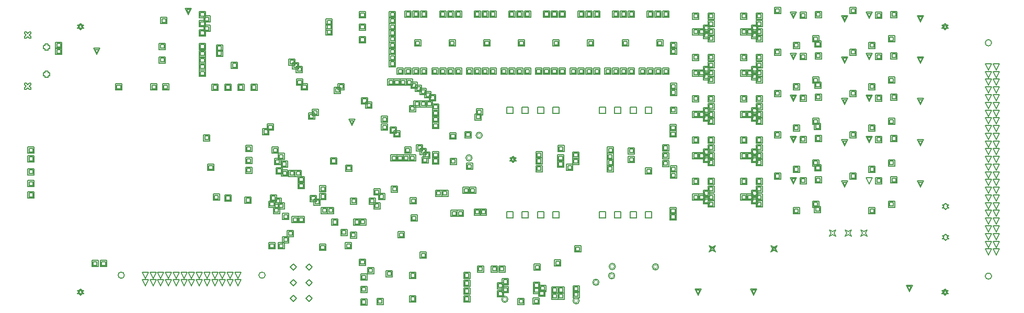
<source format=gbr>
%TF.GenerationSoftware,Altium Limited,Altium Designer,22.4.2 (48)*%
G04 Layer_Color=2752767*
%FSLAX45Y45*%
%MOMM*%
%TF.SameCoordinates,1579B7B8-C0FA-446B-BA7A-E71437B095E0*%
%TF.FilePolarity,Positive*%
%TF.FileFunction,Drawing*%
%TF.Part,Single*%
G01*
G75*
%TA.AperFunction,NonConductor*%
%ADD119C,0.12700*%
%ADD186C,0.16933*%
%ADD187C,0.10160*%
D119*
X8899198Y4249199D02*
Y4350799D01*
X9000798D01*
Y4249199D01*
X8899198D01*
X9149200D02*
Y4350799D01*
X9250800D01*
Y4249199D01*
X9149200D01*
X9399202D02*
Y4350799D01*
X9500802D01*
Y4249199D01*
X9399202D01*
X9649199Y4249199D02*
Y4350799D01*
X9750799D01*
Y4249199D01*
X9649199D01*
X3050001Y1449201D02*
X2999201Y1550801D01*
X3100801D01*
X3050001Y1449201D01*
X3175000D02*
X3124200Y1550801D01*
X3225800D01*
X3175000Y1449201D01*
X3299998D02*
X3249198Y1550801D01*
X3350798D01*
X3299998Y1449201D01*
X3425002D02*
X3374202Y1550801D01*
X3475802D01*
X3425002Y1449201D01*
X3550001D02*
X3499201Y1550801D01*
X3600801D01*
X3550001Y1449201D01*
X3674999D02*
X3624199Y1550801D01*
X3725799D01*
X3674999Y1449201D01*
X3800003D02*
X3749203Y1550801D01*
X3850803D01*
X3800003Y1449201D01*
X3925001D02*
X3874201Y1550801D01*
X3975801D01*
X3925001Y1449201D01*
X4050000D02*
X3999200Y1550801D01*
X4100800D01*
X4050000Y1449201D01*
X4174998D02*
X4124198Y1550801D01*
X4225798D01*
X4174998Y1449201D01*
X4300002D02*
X4249202Y1550801D01*
X4350802D01*
X4300002Y1449201D01*
X4425000D02*
X4374200Y1550801D01*
X4475800D01*
X4425000Y1449201D01*
X4549998D02*
X4499198Y1550801D01*
X4600798D01*
X4549998Y1449201D01*
X3050002Y1574200D02*
X2999202Y1675800D01*
X3100802D01*
X3050002Y1574200D01*
X3175000D02*
X3124200Y1675800D01*
X3225800D01*
X3175000Y1574200D01*
X3299998D02*
X3249198Y1675800D01*
X3350798D01*
X3299998Y1574200D01*
X3425002D02*
X3374202Y1675800D01*
X3475802D01*
X3425002Y1574200D01*
X3550000D02*
X3499200Y1675800D01*
X3600800D01*
X3550000Y1574200D01*
X3674999D02*
X3624199Y1675800D01*
X3725799D01*
X3674999Y1574200D01*
X3800003D02*
X3749203Y1675800D01*
X3850803D01*
X3800003Y1574200D01*
X3925001D02*
X3874201Y1675800D01*
X3975801D01*
X3925001Y1574200D01*
X4050000D02*
X3999200Y1675800D01*
X4100800D01*
X4050000Y1574200D01*
X4174998D02*
X4124198Y1675800D01*
X4225798D01*
X4174998Y1574200D01*
X4300002D02*
X4249202Y1675800D01*
X4350802D01*
X4300002Y1574200D01*
X4425000D02*
X4374200Y1675800D01*
X4475800D01*
X4425000Y1574200D01*
X4549999D02*
X4499199Y1675800D01*
X4600799D01*
X4549999Y1574200D01*
X16700000Y2449200D02*
X16649200Y2550800D01*
X16750800D01*
X16700000Y2449200D01*
X16825000Y2324200D02*
X16774200Y2425800D01*
X16875800D01*
X16825000Y2324200D01*
Y2449200D02*
X16774200Y2550800D01*
X16875800D01*
X16825000Y2449200D01*
X16700000Y2199200D02*
X16649200Y2300800D01*
X16750800D01*
X16700000Y2199200D01*
X16825000D02*
X16774200Y2300800D01*
X16875800D01*
X16825000Y2199200D01*
X16700000Y2074200D02*
X16649200Y2175800D01*
X16750800D01*
X16700000Y2074200D01*
X16825000D02*
X16774200Y2175800D01*
X16875800D01*
X16825000Y2074200D01*
X16700000Y2324200D02*
X16649200Y2425800D01*
X16750800D01*
X16700000Y2324200D01*
Y1949200D02*
X16649200Y2050800D01*
X16750800D01*
X16700000Y1949200D01*
X16825000D02*
X16774200Y2050800D01*
X16875800D01*
X16825000Y1949200D01*
Y2574200D02*
X16774200Y2675800D01*
X16875800D01*
X16825000Y2574200D01*
Y2699200D02*
X16774200Y2800800D01*
X16875800D01*
X16825000Y2699200D01*
Y2824200D02*
X16774200Y2925800D01*
X16875800D01*
X16825000Y2824200D01*
Y2949200D02*
X16774200Y3050800D01*
X16875800D01*
X16825000Y2949200D01*
Y3074200D02*
X16774200Y3175800D01*
X16875800D01*
X16825000Y3074200D01*
Y3199200D02*
X16774200Y3300800D01*
X16875800D01*
X16825000Y3199200D01*
Y3324200D02*
X16774200Y3425800D01*
X16875800D01*
X16825000Y3324200D01*
Y3449200D02*
X16774200Y3550800D01*
X16875800D01*
X16825000Y3449200D01*
Y3574200D02*
X16774200Y3675800D01*
X16875800D01*
X16825000Y3574200D01*
Y3699200D02*
X16774200Y3800800D01*
X16875800D01*
X16825000Y3699200D01*
Y3824200D02*
X16774200Y3925800D01*
X16875800D01*
X16825000Y3824200D01*
Y3949200D02*
X16774200Y4050800D01*
X16875800D01*
X16825000Y3949200D01*
Y4074200D02*
X16774200Y4175800D01*
X16875800D01*
X16825000Y4074200D01*
Y4199200D02*
X16774200Y4300800D01*
X16875800D01*
X16825000Y4199200D01*
Y4324200D02*
X16774200Y4425800D01*
X16875800D01*
X16825000Y4324200D01*
Y4449200D02*
X16774200Y4550800D01*
X16875800D01*
X16825000Y4449200D01*
Y4574200D02*
X16774200Y4675800D01*
X16875800D01*
X16825000Y4574200D01*
Y4699200D02*
X16774200Y4800800D01*
X16875800D01*
X16825000Y4699200D01*
Y4824200D02*
X16774200Y4925800D01*
X16875800D01*
X16825000Y4824200D01*
Y4949200D02*
X16774200Y5050800D01*
X16875800D01*
X16825000Y4949200D01*
X16700000Y2574200D02*
X16649200Y2675800D01*
X16750800D01*
X16700000Y2574200D01*
Y2699200D02*
X16649200Y2800800D01*
X16750800D01*
X16700000Y2699200D01*
Y2824200D02*
X16649200Y2925800D01*
X16750800D01*
X16700000Y2824200D01*
Y2949200D02*
X16649200Y3050800D01*
X16750800D01*
X16700000Y2949200D01*
Y3074200D02*
X16649200Y3175800D01*
X16750800D01*
X16700000Y3074200D01*
Y3199200D02*
X16649200Y3300800D01*
X16750800D01*
X16700000Y3199200D01*
Y3324200D02*
X16649200Y3425800D01*
X16750800D01*
X16700000Y3324200D01*
Y3449200D02*
X16649200Y3550800D01*
X16750800D01*
X16700000Y3449200D01*
Y3574200D02*
X16649200Y3675800D01*
X16750800D01*
X16700000Y3574200D01*
Y3699200D02*
X16649200Y3800800D01*
X16750800D01*
X16700000Y3699200D01*
Y3824200D02*
X16649200Y3925800D01*
X16750800D01*
X16700000Y3824200D01*
Y3949200D02*
X16649200Y4050800D01*
X16750800D01*
X16700000Y3949200D01*
Y4074200D02*
X16649200Y4175800D01*
X16750800D01*
X16700000Y4074200D01*
Y4199200D02*
X16649200Y4300800D01*
X16750800D01*
X16700000Y4199200D01*
Y4324200D02*
X16649200Y4425800D01*
X16750800D01*
X16700000Y4324200D01*
Y4449200D02*
X16649200Y4550800D01*
X16750800D01*
X16700000Y4449200D01*
Y4574200D02*
X16649200Y4675800D01*
X16750800D01*
X16700000Y4574200D01*
Y4699200D02*
X16649200Y4800800D01*
X16750800D01*
X16700000Y4699200D01*
Y4824200D02*
X16649200Y4925800D01*
X16750800D01*
X16700000Y4824200D01*
Y4949200D02*
X16649200Y5050800D01*
X16750800D01*
X16700000Y4949200D01*
X16005000Y2689200D02*
X16030400Y2714600D01*
X16055800D01*
X16030400Y2740000D01*
X16055800Y2765400D01*
X16030400D01*
X16005000Y2790800D01*
X15979601Y2765400D01*
X15954201D01*
X15979601Y2740000D01*
X15954201Y2714600D01*
X15979601D01*
X16005000Y2689200D01*
X16005000Y2189196D02*
X16030400Y2214596D01*
X16055800D01*
X16030400Y2239996D01*
X16055800Y2265396D01*
X16030400D01*
X16005000Y2290796D01*
X15979601Y2265396D01*
X15954201D01*
X15979601Y2239996D01*
X15954201Y2214596D01*
X15979601D01*
X16005000Y2189196D01*
X14125200Y2254200D02*
X14150600Y2305000D01*
X14125200Y2355800D01*
X14175999Y2330400D01*
X14226801Y2355800D01*
X14201401Y2305000D01*
X14226801Y2254200D01*
X14175999Y2279600D01*
X14125200Y2254200D01*
X14379201D02*
X14404601Y2305000D01*
X14379201Y2355800D01*
X14430000Y2330400D01*
X14480800Y2355800D01*
X14455400Y2305000D01*
X14480800Y2254200D01*
X14430000Y2279600D01*
X14379201Y2254200D01*
X14633200D02*
X14658600Y2305000D01*
X14633200Y2355800D01*
X14684000Y2330400D01*
X14734801Y2355800D01*
X14709399Y2305000D01*
X14734801Y2254200D01*
X14684000Y2279600D01*
X14633200Y2254200D01*
X11149201Y2549201D02*
Y2650801D01*
X11250801D01*
Y2549201D01*
X11149201D01*
X10899199Y2549201D02*
Y2650801D01*
X11000799D01*
Y2549201D01*
X10899199D01*
X10649197D02*
Y2650801D01*
X10750797D01*
Y2549201D01*
X10649197D01*
X10399200D02*
Y2650801D01*
X10500800D01*
Y2549201D01*
X10399200D01*
X11149199Y4249201D02*
Y4350801D01*
X11250799D01*
Y4249201D01*
X11149199D01*
X10899202Y4249202D02*
Y4350802D01*
X11000802D01*
Y4249202D01*
X10899202D01*
X10649200D02*
Y4350802D01*
X10750800D01*
Y4249202D01*
X10649200D01*
X10399198D02*
Y4350802D01*
X10500798D01*
Y4249202D01*
X10399198D01*
X8899198Y2549199D02*
Y2650799D01*
X9000798D01*
Y2549199D01*
X8899198D01*
X9149200D02*
Y2650799D01*
X9250800D01*
Y2549199D01*
X9149200D01*
X9399202D02*
Y2650799D01*
X9500802D01*
Y2549199D01*
X9399202D01*
X9649199Y2549199D02*
Y2650799D01*
X9750799D01*
Y2549199D01*
X9649199D01*
X1424600Y5297100D02*
Y5271700D01*
X1475400D01*
Y5297100D01*
X1500800D01*
Y5347900D01*
X1475400D01*
Y5373300D01*
X1424600D01*
Y5347900D01*
X1399200D01*
Y5297100D01*
X1424600D01*
Y4852097D02*
Y4826697D01*
X1475400D01*
Y4852097D01*
X1500800D01*
Y4902897D01*
X1475400D01*
Y4928297D01*
X1424600D01*
Y4902897D01*
X1399200D01*
Y4852097D01*
X1424600D01*
X1099201Y4631702D02*
X1124601D01*
X1150001Y4657102D01*
X1175401Y4631702D01*
X1200801D01*
Y4657102D01*
X1175401Y4682502D01*
X1200801Y4707902D01*
Y4733302D01*
X1175401D01*
X1150001Y4707902D01*
X1124601Y4733302D01*
X1099201D01*
Y4707902D01*
X1124601Y4682502D01*
X1099201Y4657102D01*
Y4631702D01*
X1099201Y5466701D02*
X1124601D01*
X1150001Y5492101D01*
X1175401Y5466701D01*
X1200801D01*
Y5492101D01*
X1175401Y5517501D01*
X1200801Y5542901D01*
Y5568301D01*
X1175401D01*
X1150001Y5542901D01*
X1124601Y5568301D01*
X1099201D01*
Y5542901D01*
X1124601Y5517501D01*
X1099201Y5492101D01*
Y5466701D01*
X5654200Y1251000D02*
X5705000Y1301800D01*
X5755800Y1251000D01*
X5705000Y1200200D01*
X5654200Y1251000D01*
X5400200D02*
X5451000Y1301800D01*
X5501800Y1251000D01*
X5451000Y1200200D01*
X5400200Y1251000D01*
X5654200Y1505000D02*
X5705000Y1555800D01*
X5755800Y1505000D01*
X5705000Y1454200D01*
X5654200Y1505000D01*
X5400200D02*
X5451000Y1555800D01*
X5501800Y1505000D01*
X5451000Y1454200D01*
X5400200Y1505000D01*
X5654200Y1759000D02*
X5705000Y1809800D01*
X5755800Y1759000D01*
X5705000Y1708200D01*
X5654200Y1759000D01*
X5400200D02*
X5451000Y1809800D01*
X5501800Y1759000D01*
X5451000Y1708200D01*
X5400200Y1759000D01*
X3999200Y5724200D02*
Y5825800D01*
X4100800D01*
Y5724200D01*
X3999200D01*
X4019520Y5744520D02*
Y5805480D01*
X4080480D01*
Y5744520D01*
X4019520D01*
X3924200Y5649200D02*
Y5750800D01*
X4025800D01*
Y5649200D01*
X3924200D01*
X3944520Y5669520D02*
Y5730480D01*
X4005480D01*
Y5669520D01*
X3944520D01*
X3999200Y5574200D02*
Y5675800D01*
X4100800D01*
Y5574200D01*
X3999200D01*
X4019520Y5594520D02*
Y5655480D01*
X4080480D01*
Y5594520D01*
X4019520D01*
X7249200Y3599200D02*
Y3700800D01*
X7350800D01*
Y3599200D01*
X7249200D01*
X7269520Y3619520D02*
Y3680480D01*
X7330480D01*
Y3619520D01*
X7269520D01*
X5999200Y2624200D02*
Y2725800D01*
X6100800D01*
Y2624200D01*
X5999200D01*
X6019520Y2644520D02*
Y2705480D01*
X6080480D01*
Y2644520D01*
X6019520D01*
X9869200Y3319200D02*
Y3420800D01*
X9970800D01*
Y3319200D01*
X9869200D01*
X9889520Y3339520D02*
Y3400480D01*
X9950480D01*
Y3339520D01*
X9889520D01*
X11424200Y3636701D02*
Y3738301D01*
X11525800D01*
Y3636701D01*
X11424200D01*
X11444520Y3657021D02*
Y3717981D01*
X11505480D01*
Y3657021D01*
X11444520D01*
X11424200Y3511698D02*
Y3613298D01*
X11525800D01*
Y3511698D01*
X11424200D01*
X11444520Y3532018D02*
Y3592978D01*
X11505480D01*
Y3532018D01*
X11444520D01*
X11424200Y3386699D02*
Y3488299D01*
X11525800D01*
Y3386699D01*
X11424200D01*
X11444520Y3407019D02*
Y3467979D01*
X11505480D01*
Y3407019D01*
X11444520D01*
X10529200Y3399200D02*
Y3500800D01*
X10630800D01*
Y3399200D01*
X10529200D01*
X10549520Y3419520D02*
Y3480480D01*
X10610480D01*
Y3419520D01*
X10549520D01*
X10869200Y3449200D02*
Y3550800D01*
X10970800D01*
Y3449200D01*
X10869200D01*
X10889520Y3469520D02*
Y3530480D01*
X10950480D01*
Y3469520D01*
X10889520D01*
X10869200Y3589200D02*
Y3690800D01*
X10970800D01*
Y3589200D01*
X10869200D01*
X10889520Y3609520D02*
Y3670480D01*
X10950480D01*
Y3609520D01*
X10889520D01*
X9969200Y3519200D02*
Y3620800D01*
X10070800D01*
Y3519200D01*
X9969200D01*
X9989520Y3539520D02*
Y3600480D01*
X10050480D01*
Y3539520D01*
X9989520D01*
X9969200Y3419200D02*
Y3520800D01*
X10070800D01*
Y3419200D01*
X9969200D01*
X9989520Y3439520D02*
Y3500480D01*
X10050480D01*
Y3439520D01*
X9989520D01*
X3299200Y5699200D02*
Y5800800D01*
X3400800D01*
Y5699200D01*
X3299200D01*
X3319520Y5719520D02*
Y5780480D01*
X3380480D01*
Y5719520D01*
X3319520D01*
X9374200Y3299200D02*
Y3400800D01*
X9475800D01*
Y3299200D01*
X9374200D01*
X9394520Y3319520D02*
Y3380480D01*
X9455480D01*
Y3319520D01*
X9394520D01*
X8099200Y2574200D02*
Y2675800D01*
X8200800D01*
Y2574200D01*
X8099200D01*
X8119520Y2594520D02*
Y2655480D01*
X8180480D01*
Y2594520D01*
X8119520D01*
X7999200Y2574200D02*
Y2675800D01*
X8100800D01*
Y2574200D01*
X7999200D01*
X8019520Y2594520D02*
Y2655480D01*
X8080480D01*
Y2594520D01*
X8019520D01*
X5899200Y2624200D02*
Y2725800D01*
X6000800D01*
Y2624200D01*
X5899200D01*
X5919520Y2644520D02*
Y2705480D01*
X5980480D01*
Y2644520D01*
X5919520D01*
X2184200Y1764200D02*
Y1865800D01*
X2285800D01*
Y1764200D01*
X2184200D01*
X2204520Y1784520D02*
Y1845480D01*
X2265480D01*
Y1784520D01*
X2204520D01*
X2324200Y1764200D02*
Y1865800D01*
X2425800D01*
Y1764200D01*
X2324200D01*
X2344520Y1784520D02*
Y1845480D01*
X2405480D01*
Y1784520D01*
X2344520D01*
X5874200Y2849200D02*
Y2950800D01*
X5975800D01*
Y2849200D01*
X5874200D01*
X5894520Y2869520D02*
Y2930480D01*
X5955480D01*
Y2869520D01*
X5894520D01*
X9999200Y1999200D02*
Y2100800D01*
X10100800D01*
Y1999200D01*
X9999200D01*
X10019520Y2019520D02*
Y2080480D01*
X10080480D01*
Y2019520D01*
X10019520D01*
X7499200Y1899200D02*
Y2000800D01*
X7600800D01*
Y1899200D01*
X7499200D01*
X7519520Y1919520D02*
Y1980480D01*
X7580480D01*
Y1919520D01*
X7519520D01*
X7144200Y2227861D02*
Y2329461D01*
X7245800D01*
Y2227861D01*
X7144200D01*
X7164520Y2248181D02*
Y2309141D01*
X7225480D01*
Y2248181D01*
X7164520D01*
X6874200Y3974200D02*
Y4075800D01*
X6975800D01*
Y3974200D01*
X6874200D01*
X6894520Y3994520D02*
Y4055480D01*
X6955480D01*
Y3994520D01*
X6894520D01*
X6874200Y4099200D02*
Y4200800D01*
X6975800D01*
Y4099200D01*
X6874200D01*
X6894520Y4119520D02*
Y4180480D01*
X6955480D01*
Y4119520D01*
X6894520D01*
X5524200Y3024200D02*
Y3125800D01*
X5625800D01*
Y3024200D01*
X5524200D01*
X5544520Y3044520D02*
Y3105480D01*
X5605480D01*
Y3044520D01*
X5544520D01*
X5524200Y3124200D02*
Y3225800D01*
X5625800D01*
Y3124200D01*
X5524200D01*
X5544520Y3144520D02*
Y3205480D01*
X5605480D01*
Y3144520D01*
X5544520D01*
X6949200Y1599200D02*
Y1700800D01*
X7050800D01*
Y1599200D01*
X6949200D01*
X6969520Y1619520D02*
Y1680480D01*
X7030480D01*
Y1619520D01*
X6969520D01*
X6649200Y1649200D02*
Y1750800D01*
X6750800D01*
Y1649200D01*
X6649200D01*
X6669520Y1669520D02*
Y1730480D01*
X6730480D01*
Y1669520D01*
X6669520D01*
X6799200Y1149200D02*
Y1250800D01*
X6900800D01*
Y1149200D01*
X6799200D01*
X6819520Y1169520D02*
Y1230480D01*
X6880480D01*
Y1169520D01*
X6819520D01*
X5871991Y2026409D02*
Y2128009D01*
X5973591D01*
Y2026409D01*
X5871991D01*
X5892311Y2046729D02*
Y2107689D01*
X5953271D01*
Y2046729D01*
X5892311D01*
X7324200Y4274200D02*
Y4375800D01*
X7425800D01*
Y4274200D01*
X7324200D01*
X7344520Y4294520D02*
Y4355480D01*
X7405480D01*
Y4294520D01*
X7344520D01*
X7399200Y4349200D02*
Y4450800D01*
X7500800D01*
Y4349200D01*
X7399200D01*
X7419520Y4369520D02*
Y4430480D01*
X7480480D01*
Y4369520D01*
X7419520D01*
X7499200Y4349200D02*
Y4450800D01*
X7600800D01*
Y4349200D01*
X7499200D01*
X7519520Y4369520D02*
Y4430480D01*
X7580480D01*
Y4369520D01*
X7519520D01*
X7599200Y4349200D02*
Y4450800D01*
X7700800D01*
Y4349200D01*
X7599200D01*
X7619520Y4369520D02*
Y4430480D01*
X7680480D01*
Y4369520D01*
X7619520D01*
X4444200Y4974200D02*
Y5075800D01*
X4545800D01*
Y4974200D01*
X4444200D01*
X4464520Y4994520D02*
Y5055480D01*
X4525480D01*
Y4994520D01*
X4464520D01*
X4129200Y4619200D02*
Y4720800D01*
X4230800D01*
Y4619200D01*
X4129200D01*
X4149520Y4639520D02*
Y4700480D01*
X4210480D01*
Y4639520D01*
X4149520D01*
X4339200Y4619200D02*
Y4720800D01*
X4440800D01*
Y4619200D01*
X4339200D01*
X4359520Y4639520D02*
Y4700480D01*
X4420480D01*
Y4639520D01*
X4359520D01*
X4549200Y4619200D02*
Y4720800D01*
X4650800D01*
Y4619200D01*
X4549200D01*
X4569520Y4639520D02*
Y4700480D01*
X4630480D01*
Y4639520D01*
X4569520D01*
X4759200Y4619200D02*
Y4720800D01*
X4860800D01*
Y4619200D01*
X4759200D01*
X4779520Y4639520D02*
Y4700480D01*
X4840480D01*
Y4639520D01*
X4779520D01*
X11544200Y3864200D02*
Y3965800D01*
X11645800D01*
Y3864200D01*
X11544200D01*
X11564520Y3884520D02*
Y3945480D01*
X11625480D01*
Y3884520D01*
X11564520D01*
X12159199Y5519200D02*
Y5620800D01*
X12260799D01*
Y5519200D01*
X12159199D01*
X12179519Y5539520D02*
Y5600480D01*
X12240479D01*
Y5539520D01*
X12179519D01*
X5874200Y2974200D02*
Y3075800D01*
X5975800D01*
Y2974200D01*
X5874200D01*
X5894520Y2994520D02*
Y3055480D01*
X5955480D01*
Y2994520D01*
X5894520D01*
X4664200Y2789200D02*
Y2890800D01*
X4765800D01*
Y2789200D01*
X4664200D01*
X4684520Y2809520D02*
Y2870480D01*
X4745480D01*
Y2809520D01*
X4684520D01*
X4339200Y2824200D02*
Y2925800D01*
X4440800D01*
Y2824200D01*
X4339200D01*
X4359520Y2844520D02*
Y2905480D01*
X4420480D01*
Y2844520D01*
X4359520D01*
X4149200Y2839200D02*
Y2940800D01*
X4250800D01*
Y2839200D01*
X4149200D01*
X4169520Y2859520D02*
Y2920480D01*
X4230480D01*
Y2859520D01*
X4169520D01*
X4059200Y3319200D02*
Y3420800D01*
X4160800D01*
Y3319200D01*
X4059200D01*
X4079520Y3339520D02*
Y3400480D01*
X4140480D01*
Y3339520D01*
X4079520D01*
X3994200Y3799200D02*
Y3900800D01*
X4095800D01*
Y3799200D01*
X3994200D01*
X4014520Y3819520D02*
Y3880480D01*
X4075480D01*
Y3819520D01*
X4014520D01*
X5074200Y2824200D02*
Y2925800D01*
X5175800D01*
Y2824200D01*
X5074200D01*
X5094520Y2844520D02*
Y2905480D01*
X5155480D01*
Y2844520D01*
X5094520D01*
X5169200Y3264200D02*
Y3365800D01*
X5270800D01*
Y3264200D01*
X5169200D01*
X5189520Y3284520D02*
Y3345480D01*
X5250480D01*
Y3284520D01*
X5189520D01*
X4949200Y3899200D02*
Y4000800D01*
X5050800D01*
Y3899200D01*
X4949200D01*
X4969520Y3919520D02*
Y3980480D01*
X5030480D01*
Y3919520D01*
X4969520D01*
X5024200Y3974200D02*
Y4075800D01*
X5125800D01*
Y3974200D01*
X5024200D01*
X5044520Y3994520D02*
Y4055480D01*
X5105480D01*
Y3994520D01*
X5044520D01*
X5249200Y3374200D02*
Y3475800D01*
X5350800D01*
Y3374200D01*
X5249200D01*
X5269520Y3394520D02*
Y3455480D01*
X5330480D01*
Y3394520D01*
X5269520D01*
X5139200Y3414200D02*
Y3515800D01*
X5240800D01*
Y3414200D01*
X5139200D01*
X5159520Y3434520D02*
Y3495480D01*
X5220480D01*
Y3434520D01*
X5159520D01*
X5474200Y3224200D02*
Y3325800D01*
X5575800D01*
Y3224200D01*
X5474200D01*
X5494520Y3244520D02*
Y3305480D01*
X5555480D01*
Y3244520D01*
X5494520D01*
X5374200Y3224200D02*
Y3325800D01*
X5475800D01*
Y3224200D01*
X5374200D01*
X5394520Y3244520D02*
Y3305480D01*
X5455480D01*
Y3244520D01*
X5394520D01*
X6749200Y2924200D02*
Y3025800D01*
X6850800D01*
Y2924200D01*
X6749200D01*
X6769520Y2944520D02*
Y3005480D01*
X6830480D01*
Y2944520D01*
X6769520D01*
X6824200Y2849200D02*
Y2950800D01*
X6925800D01*
Y2849200D01*
X6824200D01*
X6844520Y2869520D02*
Y2930480D01*
X6905480D01*
Y2869520D01*
X6844520D01*
X7339200Y2779200D02*
Y2880800D01*
X7440800D01*
Y2779200D01*
X7339200D01*
X7359520Y2799520D02*
Y2860480D01*
X7420480D01*
Y2799520D01*
X7359520D01*
X7034200Y2969200D02*
Y3070800D01*
X7135800D01*
Y2969200D01*
X7034200D01*
X7054520Y2989520D02*
Y3050480D01*
X7115480D01*
Y2989520D01*
X7054520D01*
X5574200Y4624200D02*
Y4725800D01*
X5675800D01*
Y4624200D01*
X5574200D01*
X5594520Y4644520D02*
Y4705480D01*
X5655480D01*
Y4644520D01*
X5594520D01*
X5499200Y4699200D02*
Y4800800D01*
X5600800D01*
Y4699200D01*
X5499200D01*
X5519520Y4719520D02*
Y4780480D01*
X5580480D01*
Y4719520D01*
X5519520D01*
X6214200Y2269200D02*
Y2370800D01*
X6315800D01*
Y2269200D01*
X6214200D01*
X6234520Y2289520D02*
Y2350480D01*
X6295480D01*
Y2289520D01*
X6234520D01*
X11549200Y4249201D02*
Y4350801D01*
X11650800D01*
Y4249201D01*
X11549200D01*
X11569520Y4269521D02*
Y4330481D01*
X11630480D01*
Y4269521D01*
X11569520D01*
X8194200Y2949200D02*
Y3050800D01*
X8295800D01*
Y2949200D01*
X8194200D01*
X8214520Y2969520D02*
Y3030480D01*
X8275480D01*
Y2969520D01*
X8214520D01*
X8299200Y2949200D02*
Y3050800D01*
X8400800D01*
Y2949200D01*
X8299200D01*
X8319520Y2969520D02*
Y3030480D01*
X8380480D01*
Y2969520D01*
X8319520D01*
X7349200Y2499200D02*
Y2600800D01*
X7450800D01*
Y2499200D01*
X7349200D01*
X7369520Y2519520D02*
Y2580480D01*
X7430480D01*
Y2519520D01*
X7369520D01*
X8374200Y2599200D02*
Y2700800D01*
X8475800D01*
Y2599200D01*
X8374200D01*
X8394520Y2619520D02*
Y2680480D01*
X8455480D01*
Y2619520D01*
X8394520D01*
X8474200Y2599200D02*
Y2700800D01*
X8575800D01*
Y2599200D01*
X8474200D01*
X8494520Y2619520D02*
Y2680480D01*
X8555480D01*
Y2619520D01*
X8494520D01*
X6519200Y2436500D02*
Y2538100D01*
X6620800D01*
Y2436500D01*
X6519200D01*
X6539520Y2456820D02*
Y2517780D01*
X6600480D01*
Y2456820D01*
X6539520D01*
X6424200Y2434200D02*
Y2535800D01*
X6525800D01*
Y2434200D01*
X6424200D01*
X6444520Y2454520D02*
Y2515480D01*
X6505480D01*
Y2454520D01*
X6444520D01*
X6369200Y2224200D02*
Y2325800D01*
X6470800D01*
Y2224200D01*
X6369200D01*
X6389520Y2244520D02*
Y2305480D01*
X6450480D01*
Y2244520D01*
X6389520D01*
X6067646Y2434200D02*
Y2535800D01*
X6169246D01*
Y2434200D01*
X6067646D01*
X6087966Y2454520D02*
Y2515480D01*
X6148926D01*
Y2454520D01*
X6087966D01*
X5524200Y2474200D02*
Y2575800D01*
X5625800D01*
Y2474200D01*
X5524200D01*
X5544520Y2494520D02*
Y2555480D01*
X5605480D01*
Y2494520D01*
X5544520D01*
X5424200Y2474200D02*
Y2575800D01*
X5525800D01*
Y2474200D01*
X5424200D01*
X5444520Y2494520D02*
Y2555480D01*
X5505480D01*
Y2494520D01*
X5444520D01*
X7699200Y4099200D02*
Y4200800D01*
X7800800D01*
Y4099200D01*
X7699200D01*
X7719520Y4119520D02*
Y4180480D01*
X7780480D01*
Y4119520D01*
X7719520D01*
X7699200Y3999200D02*
Y4100800D01*
X7800800D01*
Y3999200D01*
X7699200D01*
X7719520Y4019520D02*
Y4080480D01*
X7780480D01*
Y4019520D01*
X7719520D01*
X7699200Y4199200D02*
Y4300800D01*
X7800800D01*
Y4199200D01*
X7699200D01*
X7719520Y4219520D02*
Y4280480D01*
X7780480D01*
Y4219520D01*
X7719520D01*
X7849200Y2904200D02*
Y3005800D01*
X7950800D01*
Y2904200D01*
X7849200D01*
X7869520Y2924520D02*
Y2985480D01*
X7930480D01*
Y2924520D01*
X7869520D01*
X7749200Y2904200D02*
Y3005800D01*
X7850800D01*
Y2904200D01*
X7749200D01*
X7769520Y2924520D02*
Y2985480D01*
X7830480D01*
Y2924520D01*
X7769520D01*
X12789198Y2839200D02*
Y2940800D01*
X12890797D01*
Y2839200D01*
X12789198D01*
X12809518Y2859520D02*
Y2920480D01*
X12870477D01*
Y2859520D01*
X12809518D01*
X11549200Y3194200D02*
Y3295800D01*
X11650800D01*
Y3194200D01*
X11549200D01*
X11569520Y3214520D02*
Y3275480D01*
X11630480D01*
Y3214520D01*
X11569520D01*
X7124200Y3474200D02*
Y3575800D01*
X7225800D01*
Y3474200D01*
X7124200D01*
X7144520Y3494520D02*
Y3555480D01*
X7205480D01*
Y3494520D01*
X7144520D01*
X7024200Y3474200D02*
Y3575800D01*
X7125800D01*
Y3474200D01*
X7024200D01*
X7044520Y3494520D02*
Y3555480D01*
X7105480D01*
Y3494520D01*
X7044520D01*
X7224200Y3474200D02*
Y3575800D01*
X7325800D01*
Y3474200D01*
X7224200D01*
X7244520Y3494520D02*
Y3555480D01*
X7305480D01*
Y3494520D01*
X7244520D01*
X7324200Y3474200D02*
Y3575800D01*
X7425800D01*
Y3474200D01*
X7324200D01*
X7344520Y3494520D02*
Y3555480D01*
X7405480D01*
Y3494520D01*
X7344520D01*
X8424200Y1674200D02*
Y1775800D01*
X8525800D01*
Y1674200D01*
X8424200D01*
X8444520Y1694520D02*
Y1755480D01*
X8505480D01*
Y1694520D01*
X8444520D01*
X8774200Y1674200D02*
Y1775800D01*
X8875800D01*
Y1674200D01*
X8774200D01*
X8794520Y1694520D02*
Y1755480D01*
X8855480D01*
Y1694520D01*
X8794520D01*
X8649200Y1674200D02*
Y1775800D01*
X8750800D01*
Y1674200D01*
X8649200D01*
X8669520Y1694520D02*
Y1755480D01*
X8730480D01*
Y1694520D01*
X8669520D01*
X8829202Y1469202D02*
Y1570802D01*
X8930802D01*
Y1469202D01*
X8829202D01*
X8849522Y1489522D02*
Y1550482D01*
X8910482D01*
Y1489522D01*
X8849522D01*
X15119200Y3119200D02*
Y3220800D01*
X15220799D01*
Y3119200D01*
X15119200D01*
X15139520Y3139520D02*
Y3200480D01*
X15200481D01*
Y3139520D01*
X15139520D01*
X7942197Y4879201D02*
Y4980801D01*
X8043797D01*
Y4879201D01*
X7942197D01*
X7962517Y4899521D02*
Y4960481D01*
X8023477D01*
Y4899521D01*
X7962517D01*
X7815197Y4879201D02*
Y4980801D01*
X7916797D01*
Y4879201D01*
X7815197D01*
X7835517Y4899521D02*
Y4960481D01*
X7896477D01*
Y4899521D01*
X7835517D01*
X8069197Y4879201D02*
Y4980801D01*
X8170797D01*
Y4879201D01*
X8069197D01*
X8089517Y4899521D02*
Y4960481D01*
X8150477D01*
Y4899521D01*
X8089517D01*
X7424200Y4599200D02*
Y4700800D01*
X7525800D01*
Y4599200D01*
X7424200D01*
X7444520Y4619520D02*
Y4680480D01*
X7505480D01*
Y4619520D01*
X7444520D01*
X7174200Y4699200D02*
Y4800800D01*
X7275800D01*
Y4699200D01*
X7174200D01*
X7194520Y4719520D02*
Y4780480D01*
X7255480D01*
Y4719520D01*
X7194520D01*
X7074200Y4699200D02*
Y4800800D01*
X7175800D01*
Y4699200D01*
X7074200D01*
X7094520Y4719520D02*
Y4780480D01*
X7155480D01*
Y4719520D01*
X7094520D01*
X7128198Y4879201D02*
Y4980801D01*
X7229798D01*
Y4879201D01*
X7128198D01*
X7148518Y4899521D02*
Y4960481D01*
X7209478D01*
Y4899521D01*
X7148518D01*
X11909259Y5104131D02*
Y5205731D01*
X12010859D01*
Y5104131D01*
X11909259D01*
X11929579Y5124451D02*
Y5185411D01*
X11990539D01*
Y5124451D01*
X11929579D01*
X12159199Y5104200D02*
Y5205800D01*
X12260799D01*
Y5104200D01*
X12159199D01*
X12179519Y5124520D02*
Y5185480D01*
X12240479D01*
Y5124520D01*
X12179519D01*
X11909199Y5774200D02*
Y5875800D01*
X12010799D01*
Y5774200D01*
X11909199D01*
X11929519Y5794520D02*
Y5855480D01*
X11990479D01*
Y5794520D01*
X11929519D01*
X12159199Y5774200D02*
Y5875800D01*
X12260799D01*
Y5774200D01*
X12159199D01*
X12179519Y5794520D02*
Y5855480D01*
X12240479D01*
Y5794520D01*
X12179519D01*
X12159199Y5649200D02*
Y5750800D01*
X12260799D01*
Y5649200D01*
X12159199D01*
X12179519Y5669520D02*
Y5730480D01*
X12240479D01*
Y5669520D01*
X12179519D01*
X6749200Y2699200D02*
Y2800800D01*
X6850800D01*
Y2699200D01*
X6749200D01*
X6769520Y2719520D02*
Y2780480D01*
X6830480D01*
Y2719520D01*
X6769520D01*
X7699200Y3524200D02*
Y3625800D01*
X7800800D01*
Y3524200D01*
X7699200D01*
X7719520Y3544520D02*
Y3605480D01*
X7780480D01*
Y3544520D01*
X7719520D01*
X7699200Y3424200D02*
Y3525800D01*
X7800800D01*
Y3424200D01*
X7699200D01*
X7719520Y3444520D02*
Y3505480D01*
X7780480D01*
Y3444520D01*
X7719520D01*
X12159199Y3094200D02*
Y3195800D01*
X12260799D01*
Y3094200D01*
X12159199D01*
X12179519Y3114520D02*
Y3175480D01*
X12240479D01*
Y3114520D01*
X12179519D01*
X12159199Y2969200D02*
Y3070800D01*
X12260799D01*
Y2969200D01*
X12159199D01*
X12179519Y2989520D02*
Y3050480D01*
X12240479D01*
Y2989520D01*
X12179519D01*
X7649200Y4449200D02*
Y4550800D01*
X7750800D01*
Y4449200D01*
X7649200D01*
X7669520Y4469520D02*
Y4530480D01*
X7730480D01*
Y4469520D01*
X7669520D01*
X7574200Y4499200D02*
Y4600800D01*
X7675800D01*
Y4499200D01*
X7574200D01*
X7594520Y4519520D02*
Y4580480D01*
X7655480D01*
Y4519520D01*
X7594520D01*
X7499200Y4549200D02*
Y4650800D01*
X7600800D01*
Y4549200D01*
X7499200D01*
X7519520Y4569520D02*
Y4630480D01*
X7580480D01*
Y4569520D01*
X7519520D01*
X7349200Y4649200D02*
Y4750800D01*
X7450800D01*
Y4649200D01*
X7349200D01*
X7369520Y4669520D02*
Y4730480D01*
X7430480D01*
Y4669520D01*
X7369520D01*
X7274200Y4699200D02*
Y4800800D01*
X7375800D01*
Y4699200D01*
X7274200D01*
X7294520Y4719520D02*
Y4780480D01*
X7355480D01*
Y4719520D01*
X7294520D01*
X7699200Y4299200D02*
Y4400800D01*
X7800800D01*
Y4299200D01*
X7699200D01*
X7719520Y4319520D02*
Y4380480D01*
X7780480D01*
Y4319520D01*
X7719520D01*
X6974200Y4699200D02*
Y4800800D01*
X7075800D01*
Y4699200D01*
X6974200D01*
X6994520Y4719520D02*
Y4780480D01*
X7055480D01*
Y4719520D01*
X6994520D01*
X6999200Y4999200D02*
Y5100800D01*
X7100800D01*
Y4999200D01*
X6999200D01*
X7019520Y5019520D02*
Y5080480D01*
X7080480D01*
Y5019520D01*
X7019520D01*
X9344200Y1704200D02*
Y1805800D01*
X9445800D01*
Y1704200D01*
X9344200D01*
X9364520Y1724520D02*
Y1785480D01*
X9425480D01*
Y1724520D01*
X9364520D01*
X6999200Y5099200D02*
Y5200800D01*
X7100800D01*
Y5099200D01*
X6999200D01*
X7019520Y5119520D02*
Y5180480D01*
X7080480D01*
Y5119520D01*
X7019520D01*
X7409200Y5334200D02*
Y5435800D01*
X7510800D01*
Y5334200D01*
X7409200D01*
X7429520Y5354520D02*
Y5415480D01*
X7490480D01*
Y5354520D01*
X7429520D01*
X9089200Y5334200D02*
Y5435800D01*
X9190800D01*
Y5334200D01*
X9089200D01*
X9109520Y5354520D02*
Y5415480D01*
X9170480D01*
Y5354520D01*
X9109520D01*
X6999200Y5199200D02*
Y5300800D01*
X7100800D01*
Y5199200D01*
X6999200D01*
X7019520Y5219520D02*
Y5280480D01*
X7080480D01*
Y5219520D01*
X7019520D01*
X11549200Y4534200D02*
Y4635800D01*
X11650800D01*
Y4534200D01*
X11549200D01*
X11569520Y4554520D02*
Y4615480D01*
X11630480D01*
Y4554520D01*
X11569520D01*
X6999200Y5299200D02*
Y5400800D01*
X7100800D01*
Y5299200D01*
X6999200D01*
X7019520Y5319520D02*
Y5380480D01*
X7080480D01*
Y5319520D01*
X7019520D01*
X6999200Y5399200D02*
Y5500800D01*
X7100800D01*
Y5399200D01*
X6999200D01*
X7019520Y5419520D02*
Y5480480D01*
X7080480D01*
Y5419520D01*
X7019520D01*
X11048197Y4879201D02*
Y4980801D01*
X11149797D01*
Y4879201D01*
X11048197D01*
X11068517Y4899521D02*
Y4960481D01*
X11129477D01*
Y4899521D01*
X11068517D01*
X6999200Y5499200D02*
Y5600800D01*
X7100800D01*
Y5499200D01*
X6999200D01*
X7019520Y5519520D02*
Y5580480D01*
X7080480D01*
Y5519520D01*
X7019520D01*
X6999200Y5599200D02*
Y5700800D01*
X7100800D01*
Y5599200D01*
X6999200D01*
X7019520Y5619520D02*
Y5680480D01*
X7080480D01*
Y5619520D01*
X7019520D01*
X6999200Y5699200D02*
Y5800800D01*
X7100800D01*
Y5699200D01*
X6999200D01*
X7019520Y5719520D02*
Y5780480D01*
X7080480D01*
Y5719520D01*
X7019520D01*
X6395000Y4049200D02*
X6344200Y4150800D01*
X6445800D01*
X6395000Y4049200D01*
Y4069520D02*
X6364520Y4130480D01*
X6425480D01*
X6395000Y4069520D01*
X1149200Y3459200D02*
Y3560800D01*
X1250800D01*
Y3459200D01*
X1149200D01*
X1169520Y3479520D02*
Y3540480D01*
X1230480D01*
Y3479520D01*
X1169520D01*
X7509198Y5804198D02*
Y5905798D01*
X7610798D01*
Y5804198D01*
X7509198D01*
X7529518Y5824518D02*
Y5885478D01*
X7590478D01*
Y5824518D01*
X7529518D01*
X7255198Y5804198D02*
Y5905798D01*
X7356798D01*
Y5804198D01*
X7255198D01*
X7275518Y5824518D02*
Y5885478D01*
X7336478D01*
Y5824518D01*
X7275518D01*
X7979200Y3829200D02*
Y3930800D01*
X8080800D01*
Y3829200D01*
X7979200D01*
X7999520Y3849520D02*
Y3910480D01*
X8060480D01*
Y3849520D01*
X7999520D01*
X7984200Y3419200D02*
Y3520800D01*
X8085800D01*
Y3419200D01*
X7984200D01*
X8004520Y3439520D02*
Y3500480D01*
X8065480D01*
Y3439520D01*
X8004520D01*
X8935197Y5804198D02*
Y5905798D01*
X9036797D01*
Y5804198D01*
X8935197D01*
X8955517Y5824518D02*
Y5885478D01*
X9016477D01*
Y5824518D01*
X8955517D01*
X6999200Y5799200D02*
Y5900800D01*
X7100800D01*
Y5799200D01*
X6999200D01*
X7019520Y5819520D02*
Y5880480D01*
X7080480D01*
Y5819520D01*
X7019520D01*
X12939198Y5519200D02*
Y5620800D01*
X13040797D01*
Y5519200D01*
X12939198D01*
X12959518Y5539520D02*
Y5600480D01*
X13020477D01*
Y5539520D01*
X12959518D01*
X12939198Y5409200D02*
Y5510800D01*
X13040799D01*
Y5409200D01*
X12939198D01*
X12959518Y5429520D02*
Y5490480D01*
X13020479D01*
Y5429520D01*
X12959518D01*
X12689198Y5774200D02*
Y5875800D01*
X12790798D01*
Y5774200D01*
X12689198D01*
X12709518Y5794520D02*
Y5855480D01*
X12770478D01*
Y5794520D01*
X12709518D01*
X11549200Y3294200D02*
Y3395800D01*
X11650800D01*
Y3294200D01*
X11549200D01*
X11569520Y3314520D02*
Y3375480D01*
X11630480D01*
Y3314520D01*
X11569520D01*
X12939198Y3094200D02*
Y3195800D01*
X13040797D01*
Y3094200D01*
X12939198D01*
X12959518Y3114520D02*
Y3175480D01*
X13020477D01*
Y3114520D01*
X12959518D01*
X5974200Y5514200D02*
Y5615800D01*
X6075800D01*
Y5514200D01*
X5974200D01*
X5994520Y5534520D02*
Y5595480D01*
X6055480D01*
Y5534520D01*
X5994520D01*
X5974200Y5594200D02*
Y5695800D01*
X6075800D01*
Y5594200D01*
X5974200D01*
X5994520Y5614520D02*
Y5675480D01*
X6055480D01*
Y5614520D01*
X5994520D01*
X5974200Y5674200D02*
Y5775800D01*
X6075800D01*
Y5674200D01*
X5974200D01*
X5994520Y5694520D02*
Y5755480D01*
X6055480D01*
Y5694520D01*
X5994520D01*
X5494200Y4909200D02*
Y5010800D01*
X5595800D01*
Y4909200D01*
X5494200D01*
X5514520Y4929520D02*
Y4990480D01*
X5575480D01*
Y4929520D01*
X5514520D01*
X5434200Y4969200D02*
Y5070800D01*
X5535800D01*
Y4969200D01*
X5434200D01*
X5454520Y4989520D02*
Y5050480D01*
X5515480D01*
Y4989520D01*
X5454520D01*
X5374200Y5029200D02*
Y5130800D01*
X5475800D01*
Y5029200D01*
X5374200D01*
X5394520Y5049520D02*
Y5110480D01*
X5455480D01*
Y5049520D01*
X5394520D01*
X7815197Y5804198D02*
Y5905798D01*
X7916797D01*
Y5804198D01*
X7815197D01*
X7835517Y5824518D02*
Y5885478D01*
X7896477D01*
Y5824518D01*
X7835517D01*
X11175197Y5804198D02*
Y5905798D01*
X11276797D01*
Y5804198D01*
X11175197D01*
X11195517Y5824518D02*
Y5885478D01*
X11256477D01*
Y5824518D01*
X11195517D01*
X7942197Y5804198D02*
Y5905798D01*
X8043797D01*
Y5804198D01*
X7942197D01*
X7962517Y5824518D02*
Y5885478D01*
X8023477D01*
Y5824518D01*
X7962517D01*
X11302197Y5804198D02*
Y5905798D01*
X11403797D01*
Y5804198D01*
X11302197D01*
X11322517Y5824518D02*
Y5885478D01*
X11383477D01*
Y5824518D01*
X11322517D01*
X11302197Y4879201D02*
Y4980801D01*
X11403797D01*
Y4879201D01*
X11302197D01*
X11322517Y4899521D02*
Y4960481D01*
X11383477D01*
Y4899521D01*
X11322517D01*
X9495197Y5804198D02*
Y5905798D01*
X9596797D01*
Y5804198D01*
X9495197D01*
X9515517Y5824518D02*
Y5885478D01*
X9576477D01*
Y5824518D01*
X9515517D01*
X10869197Y5804198D02*
Y5905798D01*
X10970797D01*
Y5804198D01*
X10869197D01*
X10889517Y5824518D02*
Y5885478D01*
X10950477D01*
Y5824518D01*
X10889517D01*
X10055197Y5804198D02*
Y5905798D01*
X10156797D01*
Y5804198D01*
X10055197D01*
X10075517Y5824518D02*
Y5885478D01*
X10136477D01*
Y5824518D01*
X10075517D01*
X10615197Y5804198D02*
Y5905798D01*
X10716797D01*
Y5804198D01*
X10615197D01*
X10635517Y5824518D02*
Y5885478D01*
X10696477D01*
Y5824518D01*
X10635517D01*
X11544200Y2519200D02*
Y2620800D01*
X11645800D01*
Y2519200D01*
X11544200D01*
X11564520Y2539520D02*
Y2600480D01*
X11625480D01*
Y2539520D01*
X11564520D01*
X11544200Y2619200D02*
Y2720800D01*
X11645800D01*
Y2619200D01*
X11544200D01*
X11564520Y2639520D02*
Y2700480D01*
X11625480D01*
Y2639520D01*
X11564520D01*
X11544200Y3964200D02*
Y4065800D01*
X11645800D01*
Y3964200D01*
X11544200D01*
X11564520Y3984520D02*
Y4045480D01*
X11625480D01*
Y3984520D01*
X11564520D01*
X11549200Y4634200D02*
Y4735800D01*
X11650800D01*
Y4634200D01*
X11549200D01*
X11569520Y4654520D02*
Y4715480D01*
X11630480D01*
Y4654520D01*
X11569520D01*
X13884200Y2639200D02*
Y2740800D01*
X13985800D01*
Y2639200D01*
X13884200D01*
X13904520Y2659520D02*
Y2720480D01*
X13965480D01*
Y2659520D01*
X13904520D01*
X13889200Y3314200D02*
Y3415800D01*
X13990800D01*
Y3314200D01*
X13889200D01*
X13909520Y3334520D02*
Y3395480D01*
X13970480D01*
Y3334520D01*
X13909520D01*
X13884200Y3984200D02*
Y4085800D01*
X13985800D01*
Y3984200D01*
X13884200D01*
X13904520Y4004520D02*
Y4065480D01*
X13965480D01*
Y4004520D01*
X13904520D01*
X13889200Y4654200D02*
Y4755800D01*
X13990800D01*
Y4654200D01*
X13889200D01*
X13909520Y4674520D02*
Y4735480D01*
X13970480D01*
Y4674520D01*
X13909520D01*
X11549200Y5199200D02*
Y5300800D01*
X11650800D01*
Y5199200D01*
X11549200D01*
X11569520Y5219520D02*
Y5280480D01*
X11630480D01*
Y5219520D01*
X11569520D01*
X11549200Y5299200D02*
Y5400800D01*
X11650800D01*
Y5299200D01*
X11549200D01*
X11569520Y5319520D02*
Y5380480D01*
X11630480D01*
Y5319520D01*
X11569520D01*
X14459200Y5189200D02*
Y5290800D01*
X14560800D01*
Y5189200D01*
X14459200D01*
X14479520Y5209520D02*
Y5270480D01*
X14540480D01*
Y5209520D01*
X14479520D01*
X13889200Y5319200D02*
Y5420800D01*
X13990800D01*
Y5319200D01*
X13889200D01*
X13909520Y5339520D02*
Y5400480D01*
X13970480D01*
Y5339520D01*
X13909520D01*
X7073691Y3862475D02*
Y3964075D01*
X7175291D01*
Y3862475D01*
X7073691D01*
X7094011Y3882795D02*
Y3943755D01*
X7154971D01*
Y3882795D01*
X7094011D01*
X7559200Y3519200D02*
Y3620800D01*
X7660800D01*
Y3519200D01*
X7559200D01*
X7579520Y3539520D02*
Y3600480D01*
X7640480D01*
Y3539520D01*
X7579520D01*
X7499200Y3579200D02*
Y3680800D01*
X7600800D01*
Y3579200D01*
X7499200D01*
X7519520Y3599520D02*
Y3660480D01*
X7580480D01*
Y3599520D01*
X7519520D01*
X7529200Y3439200D02*
Y3540800D01*
X7630800D01*
Y3439200D01*
X7529200D01*
X7549520Y3459520D02*
Y3520480D01*
X7610480D01*
Y3459520D01*
X7549520D01*
X8409200Y4219200D02*
Y4320800D01*
X8510800D01*
Y4219200D01*
X8409200D01*
X8429520Y4239520D02*
Y4300480D01*
X8490480D01*
Y4239520D01*
X8429520D01*
X7439200Y3639200D02*
Y3740800D01*
X7540800D01*
Y3639200D01*
X7439200D01*
X7459520Y3659520D02*
Y3720480D01*
X7520480D01*
Y3659520D01*
X7459520D01*
X8389200Y4139200D02*
Y4240800D01*
X8490800D01*
Y4139200D01*
X8389200D01*
X8409520Y4159520D02*
Y4220480D01*
X8470480D01*
Y4159520D01*
X8409520D01*
X5349200Y2249200D02*
Y2350800D01*
X5450800D01*
Y2249200D01*
X5349200D01*
X5369520Y2269520D02*
Y2330480D01*
X5430480D01*
Y2269520D01*
X5369520D01*
X10524200Y3299200D02*
Y3400800D01*
X10625800D01*
Y3299200D01*
X10524200D01*
X10544520Y3319520D02*
Y3380480D01*
X10605480D01*
Y3319520D01*
X10544520D01*
X10524200Y3499200D02*
Y3600800D01*
X10625800D01*
Y3499200D01*
X10524200D01*
X10544520Y3519520D02*
Y3580480D01*
X10605480D01*
Y3519520D01*
X10544520D01*
X10529200Y3599200D02*
Y3700800D01*
X10630800D01*
Y3599200D01*
X10529200D01*
X10549520Y3619520D02*
Y3680480D01*
X10610480D01*
Y3619520D01*
X10549520D01*
X9729200Y3624200D02*
Y3725800D01*
X9830800D01*
Y3624200D01*
X9729200D01*
X9749520Y3644520D02*
Y3705480D01*
X9810480D01*
Y3644520D01*
X9749520D01*
X9374200Y3524200D02*
Y3625800D01*
X9475800D01*
Y3524200D01*
X9374200D01*
X9394520Y3544520D02*
Y3605480D01*
X9455480D01*
Y3544520D01*
X9394520D01*
X9724200Y3474200D02*
Y3575800D01*
X9825800D01*
Y3474200D01*
X9724200D01*
X9744520Y3494520D02*
Y3555480D01*
X9805480D01*
Y3494520D01*
X9744520D01*
X9374200Y3424200D02*
Y3525800D01*
X9475800D01*
Y3424200D01*
X9374200D01*
X9394520Y3444520D02*
Y3505480D01*
X9455480D01*
Y3444520D01*
X9394520D01*
X9724200Y3374200D02*
Y3475800D01*
X9825800D01*
Y3374200D01*
X9724200D01*
X9744520Y3394520D02*
Y3455480D01*
X9805480D01*
Y3394520D01*
X9744520D01*
X12900000Y1299199D02*
X12849200Y1400799D01*
X12950800D01*
X12900000Y1299199D01*
Y1319519D02*
X12869521Y1380479D01*
X12930479D01*
X12900000Y1319519D01*
X11999999Y1299200D02*
X11949199Y1400800D01*
X12050799D01*
X11999999Y1299200D01*
Y1319520D02*
X11969519Y1380480D01*
X12030479D01*
X11999999Y1319520D01*
X9974202Y1259201D02*
Y1360801D01*
X10075802D01*
Y1259201D01*
X9974202D01*
X9994522Y1279521D02*
Y1340481D01*
X10055482D01*
Y1279521D01*
X9994522D01*
X9974202Y1354202D02*
Y1455802D01*
X10075802D01*
Y1354202D01*
X9974202D01*
X9994522Y1374522D02*
Y1435482D01*
X10055482D01*
Y1374522D01*
X9994522D01*
X8204200Y1570691D02*
Y1672291D01*
X8305800D01*
Y1570691D01*
X8204200D01*
X8224520Y1591011D02*
Y1651971D01*
X8285480D01*
Y1591011D01*
X8224520D01*
X8204200Y1443691D02*
Y1545291D01*
X8305800D01*
Y1443691D01*
X8204200D01*
X8224520Y1464011D02*
Y1524971D01*
X8285480D01*
Y1464011D01*
X8224520D01*
X9084202Y1148250D02*
Y1249850D01*
X9185802D01*
Y1148250D01*
X9084202D01*
X9104522Y1168570D02*
Y1229530D01*
X9165482D01*
Y1168570D01*
X9104522D01*
X8749202Y1274201D02*
Y1375801D01*
X8850802D01*
Y1274201D01*
X8749202D01*
X8769522Y1294521D02*
Y1355481D01*
X8830482D01*
Y1294521D01*
X8769522D01*
X8749202Y1404201D02*
Y1505801D01*
X8850802D01*
Y1404201D01*
X8749202D01*
X8769522Y1424521D02*
Y1485481D01*
X8830482D01*
Y1424521D01*
X8769522D01*
X8204200Y1189691D02*
Y1291291D01*
X8305800D01*
Y1189691D01*
X8204200D01*
X8224520Y1210011D02*
Y1270971D01*
X8285480D01*
Y1210011D01*
X8224520D01*
X8204200Y1316691D02*
Y1418291D01*
X8305800D01*
Y1316691D01*
X8204200D01*
X8224520Y1337011D02*
Y1397971D01*
X8285480D01*
Y1337011D01*
X8224520D01*
X15420000Y1359200D02*
X15369200Y1460800D01*
X15470799D01*
X15420000Y1359200D01*
Y1379520D02*
X15389520Y1440480D01*
X15450481D01*
X15420000Y1379520D01*
X9329202Y1154201D02*
Y1255801D01*
X9430802D01*
Y1154201D01*
X9329202D01*
X9349522Y1174521D02*
Y1235481D01*
X9410482D01*
Y1174521D01*
X9349522D01*
X1599200Y5199200D02*
Y5300800D01*
X1700800D01*
Y5199200D01*
X1599200D01*
X1619520Y5219520D02*
Y5280480D01*
X1680480D01*
Y5219520D01*
X1619520D01*
X3924200Y5164200D02*
Y5265800D01*
X4025800D01*
Y5164200D01*
X3924200D01*
X3944520Y5184520D02*
Y5245480D01*
X4005480D01*
Y5184520D01*
X3944520D01*
X4199200Y5169200D02*
Y5270800D01*
X4300800D01*
Y5169200D01*
X4199200D01*
X4219520Y5189520D02*
Y5250480D01*
X4280480D01*
Y5189520D01*
X4219520D01*
X4199200Y5254200D02*
Y5355800D01*
X4300800D01*
Y5254200D01*
X4199200D01*
X4219520Y5274520D02*
Y5335480D01*
X4280480D01*
Y5274520D01*
X4219520D01*
X6674200Y2774200D02*
Y2875800D01*
X6775800D01*
Y2774200D01*
X6674200D01*
X6694520Y2794520D02*
Y2855480D01*
X6755480D01*
Y2794520D01*
X6694520D01*
X8249200Y3339200D02*
Y3440800D01*
X8350800D01*
Y3339200D01*
X8249200D01*
X8269520Y3359520D02*
Y3420480D01*
X8330480D01*
Y3359520D01*
X8269520D01*
X8224198Y3849200D02*
Y3950800D01*
X8325798D01*
Y3849200D01*
X8224198D01*
X8244518Y3869520D02*
Y3930480D01*
X8305478D01*
Y3869520D01*
X8244518D01*
X3274200Y5060449D02*
Y5162049D01*
X3375800D01*
Y5060449D01*
X3274200D01*
X3294520Y5080769D02*
Y5141729D01*
X3355480D01*
Y5080769D01*
X3294520D01*
X3274200Y5280449D02*
Y5382049D01*
X3375800D01*
Y5280449D01*
X3274200D01*
X3294520Y5300769D02*
Y5361729D01*
X3355480D01*
Y5300769D01*
X3294520D01*
X3924200Y4845448D02*
Y4947048D01*
X4025800D01*
Y4845448D01*
X3924200D01*
X3944520Y4865768D02*
Y4926728D01*
X4005480D01*
Y4865768D01*
X3944520D01*
X3924200Y5054200D02*
Y5155800D01*
X4025800D01*
Y5054200D01*
X3924200D01*
X3944520Y5074520D02*
Y5135480D01*
X4005480D01*
Y5074520D01*
X3944520D01*
X3924200Y5279200D02*
Y5380800D01*
X4025800D01*
Y5279200D01*
X3924200D01*
X3944520Y5299520D02*
Y5360480D01*
X4005480D01*
Y5299520D01*
X3944520D01*
X3924200Y5499200D02*
Y5600800D01*
X4025800D01*
Y5499200D01*
X3924200D01*
X3944520Y5519520D02*
Y5580480D01*
X4005480D01*
Y5519520D01*
X3944520D01*
X3924200Y4950452D02*
Y5052052D01*
X4025800D01*
Y4950452D01*
X3924200D01*
X3944520Y4970772D02*
Y5031732D01*
X4005480D01*
Y4970772D01*
X3944520D01*
X3924200Y5799200D02*
Y5900800D01*
X4025800D01*
Y5799200D01*
X3924200D01*
X3944520Y5819520D02*
Y5880480D01*
X4005480D01*
Y5819520D01*
X3944520D01*
X5254200Y3229200D02*
Y3330800D01*
X5355800D01*
Y3229200D01*
X5254200D01*
X5274520Y3249520D02*
Y3310480D01*
X5335480D01*
Y3249520D01*
X5274520D01*
X5274200Y2524200D02*
Y2625800D01*
X5375800D01*
Y2524200D01*
X5274200D01*
X5294520Y2544520D02*
Y2605480D01*
X5355480D01*
Y2544520D01*
X5294520D01*
X5274200Y2149200D02*
Y2250800D01*
X5375800D01*
Y2149200D01*
X5274200D01*
X5294520Y2169520D02*
Y2230480D01*
X5355480D01*
Y2169520D01*
X5294520D01*
X5199200Y2049200D02*
Y2150800D01*
X5300800D01*
Y2049200D01*
X5199200D01*
X5219520Y2069520D02*
Y2130480D01*
X5280480D01*
Y2069520D01*
X5219520D01*
X5049200Y2049200D02*
Y2150800D01*
X5150800D01*
Y2049200D01*
X5049200D01*
X5069520Y2069520D02*
Y2130480D01*
X5130480D01*
Y2069520D01*
X5069520D01*
X5199200Y2699200D02*
Y2800800D01*
X5300800D01*
Y2699200D01*
X5199200D01*
X5219520Y2719520D02*
Y2780480D01*
X5280480D01*
Y2719520D01*
X5219520D01*
X5149200Y2774200D02*
Y2875800D01*
X5250800D01*
Y2774200D01*
X5149200D01*
X5169520Y2794520D02*
Y2855480D01*
X5230480D01*
Y2794520D01*
X5169520D01*
X5124200Y2624200D02*
Y2725800D01*
X5225800D01*
Y2624200D01*
X5124200D01*
X5144520Y2644520D02*
Y2705480D01*
X5205480D01*
Y2644520D01*
X5144520D01*
X5049200Y2724200D02*
Y2825800D01*
X5150800D01*
Y2724200D01*
X5049200D01*
X5069520Y2744520D02*
Y2805480D01*
X5130480D01*
Y2744520D01*
X5069520D01*
X6374200Y2774200D02*
Y2875800D01*
X6475800D01*
Y2774200D01*
X6374200D01*
X6394520Y2794520D02*
Y2855480D01*
X6455480D01*
Y2794520D01*
X6394520D01*
X4674200Y3274200D02*
Y3375800D01*
X4775800D01*
Y3274200D01*
X4674200D01*
X4694520Y3294520D02*
Y3355480D01*
X4755480D01*
Y3294520D01*
X4694520D01*
X4674200Y3429200D02*
Y3530800D01*
X4775800D01*
Y3429200D01*
X4674200D01*
X4694520Y3449520D02*
Y3510480D01*
X4755480D01*
Y3449520D01*
X4694520D01*
X4674200Y3624200D02*
Y3725800D01*
X4775800D01*
Y3624200D01*
X4674200D01*
X4694520Y3644520D02*
Y3705480D01*
X4755480D01*
Y3644520D01*
X4694520D01*
X3329198Y4624200D02*
Y4725800D01*
X3430798D01*
Y4624200D01*
X3329198D01*
X3349518Y4644520D02*
Y4705480D01*
X3410478D01*
Y4644520D01*
X3349518D01*
X3139200Y4624200D02*
Y4725800D01*
X3240800D01*
Y4624200D01*
X3139200D01*
X3159520Y4644520D02*
Y4705480D01*
X3220480D01*
Y4644520D01*
X3159520D01*
X2569200Y4624200D02*
Y4725800D01*
X2670800D01*
Y4624200D01*
X2569200D01*
X2589520Y4644520D02*
Y4705480D01*
X2650480D01*
Y4644520D01*
X2589520D01*
X1149200Y3599200D02*
Y3700800D01*
X1250800D01*
Y3599200D01*
X1149200D01*
X1169520Y3619520D02*
Y3680480D01*
X1230480D01*
Y3619520D01*
X1169520D01*
X1149200Y3249200D02*
Y3350800D01*
X1250800D01*
Y3249200D01*
X1149200D01*
X1169520Y3269520D02*
Y3330480D01*
X1230480D01*
Y3269520D01*
X1169520D01*
X1149200Y3059200D02*
Y3160800D01*
X1250800D01*
Y3059200D01*
X1149200D01*
X1169520Y3079520D02*
Y3140480D01*
X1230480D01*
Y3079520D01*
X1169520D01*
X1149200Y2874200D02*
Y2975800D01*
X1250800D01*
Y2874200D01*
X1149200D01*
X1169520Y2894520D02*
Y2955480D01*
X1230480D01*
Y2894520D01*
X1169520D01*
X6549200Y4399200D02*
Y4500800D01*
X6650800D01*
Y4399200D01*
X6549200D01*
X6569520Y4419520D02*
Y4480480D01*
X6630480D01*
Y4419520D01*
X6569520D01*
X6294200Y3309200D02*
Y3410800D01*
X6395800D01*
Y3309200D01*
X6294200D01*
X6314520Y3329520D02*
Y3390480D01*
X6375480D01*
Y3329520D01*
X6314520D01*
X6049200Y3424200D02*
Y3525800D01*
X6150800D01*
Y3424200D01*
X6049200D01*
X6069520Y3444520D02*
Y3505480D01*
X6130480D01*
Y3444520D01*
X6069520D01*
X5199200Y3499200D02*
Y3600800D01*
X5300800D01*
Y3499200D01*
X5199200D01*
X5219520Y3519520D02*
Y3580480D01*
X5280480D01*
Y3519520D01*
X5219520D01*
X5104200Y3599200D02*
Y3700800D01*
X5205800D01*
Y3599200D01*
X5104200D01*
X5124520Y3619520D02*
Y3680480D01*
X5185480D01*
Y3619520D01*
X5124520D01*
X6109200Y4569200D02*
Y4670800D01*
X6210800D01*
Y4569200D01*
X6109200D01*
X6129520Y4589520D02*
Y4650480D01*
X6190480D01*
Y4589520D01*
X6129520D01*
X5689200Y4149200D02*
Y4250800D01*
X5790800D01*
Y4149200D01*
X5689200D01*
X5709520Y4169520D02*
Y4230480D01*
X5770480D01*
Y4169520D01*
X5709520D01*
X6619150Y4329200D02*
Y4430800D01*
X6720750D01*
Y4329200D01*
X6619150D01*
X6639470Y4349520D02*
Y4410480D01*
X6700430D01*
Y4349520D01*
X6639470D01*
X5779200Y2759200D02*
Y2860800D01*
X5880800D01*
Y2759200D01*
X5779200D01*
X5799520Y2779520D02*
Y2840480D01*
X5860480D01*
Y2779520D01*
X5799520D01*
X5719200Y2819200D02*
Y2920800D01*
X5820800D01*
Y2819200D01*
X5719200D01*
X5739520Y2839520D02*
Y2900480D01*
X5800480D01*
Y2839520D01*
X5739520D01*
X5749200Y4209200D02*
Y4310800D01*
X5850800D01*
Y4209200D01*
X5749200D01*
X5769520Y4229520D02*
Y4290480D01*
X5830480D01*
Y4229520D01*
X5769520D01*
X6169200Y4629200D02*
Y4730800D01*
X6270800D01*
Y4629200D01*
X6169200D01*
X6189520Y4649520D02*
Y4710480D01*
X6250480D01*
Y4649520D01*
X6189520D01*
X7014200Y3924200D02*
Y4025800D01*
X7115800D01*
Y3924200D01*
X7014200D01*
X7034520Y3944520D02*
Y4005480D01*
X7095480D01*
Y3944520D01*
X7034520D01*
X14874005Y5784395D02*
Y5885995D01*
X14975604D01*
Y5784395D01*
X14874005D01*
X14894325Y5804715D02*
Y5865675D01*
X14955286D01*
Y5804715D01*
X14894325D01*
X12939198Y5649200D02*
Y5750800D01*
X13040797D01*
Y5649200D01*
X12939198D01*
X12959518Y5669520D02*
Y5730480D01*
X13020477D01*
Y5669520D01*
X12959518D01*
X15119200Y5799200D02*
Y5900800D01*
X15220799D01*
Y5799200D01*
X15119200D01*
X15139520Y5819520D02*
Y5880480D01*
X15200481D01*
Y5819520D01*
X15139520D01*
X15079201Y5404200D02*
Y5505800D01*
X15180800D01*
Y5404200D01*
X15079201D01*
X15099519Y5424520D02*
Y5485480D01*
X15160480D01*
Y5424520D01*
X15099519D01*
X14770000Y5784200D02*
X14719200Y5885800D01*
X14820799D01*
X14770000Y5784200D01*
Y5804520D02*
X14739520Y5865480D01*
X14800481D01*
X14770000Y5804520D01*
X12939198Y5774200D02*
Y5875800D01*
X13040797D01*
Y5774200D01*
X12939198D01*
X12959518Y5794520D02*
Y5855480D01*
X13020477D01*
Y5794520D01*
X12959518D01*
X14459200Y5859200D02*
Y5960800D01*
X14560800D01*
Y5859200D01*
X14459200D01*
X14479520Y5879520D02*
Y5940480D01*
X14540480D01*
Y5879520D01*
X14479520D01*
X14764200Y5299200D02*
Y5400800D01*
X14865800D01*
Y5299200D01*
X14764200D01*
X14784520Y5319520D02*
Y5380480D01*
X14845480D01*
Y5319520D01*
X14784520D01*
X15600000Y5729200D02*
X15549200Y5830800D01*
X15650800D01*
X15600000Y5729200D01*
Y5749520D02*
X15569521Y5810480D01*
X15630479D01*
X15600000Y5749520D01*
X13649200Y5784200D02*
Y5885800D01*
X13750800D01*
Y5784200D01*
X13649200D01*
X13669521Y5804520D02*
Y5865480D01*
X13730479D01*
Y5804520D01*
X13669521D01*
X13894200Y5799200D02*
Y5900800D01*
X13995799D01*
Y5799200D01*
X13894200D01*
X13914520Y5819520D02*
Y5880480D01*
X13975481D01*
Y5819520D01*
X13914520D01*
X12159200Y5409200D02*
Y5510800D01*
X12260800D01*
Y5409200D01*
X12159200D01*
X12179520Y5429520D02*
Y5490480D01*
X12240480D01*
Y5429520D01*
X12179520D01*
X13854201Y5404200D02*
Y5505800D01*
X13955800D01*
Y5404200D01*
X13854201D01*
X13874519Y5424520D02*
Y5485480D01*
X13935480D01*
Y5424520D01*
X13874519D01*
X13545000Y5784200D02*
X13494200Y5885800D01*
X13595799D01*
X13545000Y5784200D01*
Y5804520D02*
X13514520Y5865480D01*
X13575481D01*
X13545000Y5804520D01*
X13234200Y5859200D02*
Y5960800D01*
X13335800D01*
Y5859200D01*
X13234200D01*
X13254520Y5879520D02*
Y5940480D01*
X13315480D01*
Y5879520D01*
X13254520D01*
X13539296Y5299594D02*
Y5401194D01*
X13640897D01*
Y5299594D01*
X13539296D01*
X13559616Y5319914D02*
Y5380874D01*
X13620576D01*
Y5319914D01*
X13559616D01*
X14375000Y5729200D02*
X14324200Y5830800D01*
X14425800D01*
X14375000Y5729200D01*
Y5749520D02*
X14344521Y5810480D01*
X14405479D01*
X14375000Y5749520D01*
X14874200Y5114200D02*
Y5215800D01*
X14975800D01*
Y5114200D01*
X14874200D01*
X14894521Y5134520D02*
Y5195480D01*
X14955479D01*
Y5134520D01*
X14894521D01*
X12939198Y4979200D02*
Y5080800D01*
X13040797D01*
Y4979200D01*
X12939198D01*
X12959518Y4999520D02*
Y5060480D01*
X13020477D01*
Y4999520D01*
X12959518D01*
X15119200Y5129200D02*
Y5230800D01*
X15220799D01*
Y5129200D01*
X15119200D01*
X15139520Y5149520D02*
Y5210480D01*
X15200481D01*
Y5149520D01*
X15139520D01*
X12939198Y4739200D02*
Y4840800D01*
X13040799D01*
Y4739200D01*
X12939198D01*
X12959518Y4759520D02*
Y4820480D01*
X13020479D01*
Y4759520D01*
X12959518D01*
X15079201Y4734200D02*
Y4835800D01*
X15180800D01*
Y4734200D01*
X15079201D01*
X15099519Y4754520D02*
Y4815480D01*
X15160480D01*
Y4754520D01*
X15099519D01*
X14770000Y5114200D02*
X14719200Y5215800D01*
X14820799D01*
X14770000Y5114200D01*
Y5134520D02*
X14739520Y5195480D01*
X14800481D01*
X14770000Y5134520D01*
X12939198Y5104200D02*
Y5205800D01*
X13040797D01*
Y5104200D01*
X12939198D01*
X12959518Y5124520D02*
Y5185480D01*
X13020477D01*
Y5124520D01*
X12959518D01*
X12939198Y4849200D02*
Y4950800D01*
X13040797D01*
Y4849200D01*
X12939198D01*
X12959518Y4869520D02*
Y4930480D01*
X13020477D01*
Y4869520D01*
X12959518D01*
X14764200Y4629200D02*
Y4730800D01*
X14865800D01*
Y4629200D01*
X14764200D01*
X14784520Y4649520D02*
Y4710480D01*
X14845480D01*
Y4649520D01*
X14784520D01*
X15600000Y5059200D02*
X15549200Y5160800D01*
X15650800D01*
X15600000Y5059200D01*
Y5079520D02*
X15569521Y5140480D01*
X15630479D01*
X15600000Y5079520D01*
X13649200Y5114200D02*
Y5215800D01*
X13750800D01*
Y5114200D01*
X13649200D01*
X13669521Y5134520D02*
Y5195480D01*
X13730479D01*
Y5134520D01*
X13669521D01*
X12159199Y4979200D02*
Y5080800D01*
X12260799D01*
Y4979200D01*
X12159199D01*
X12179519Y4999520D02*
Y5060480D01*
X12240479D01*
Y4999520D01*
X12179519D01*
X13894200Y5129200D02*
Y5230800D01*
X13995799D01*
Y5129200D01*
X13894200D01*
X13914520Y5149520D02*
Y5210480D01*
X13975481D01*
Y5149520D01*
X13914520D01*
X12159200Y4739200D02*
Y4840800D01*
X12260800D01*
Y4739200D01*
X12159200D01*
X12179520Y4759520D02*
Y4820480D01*
X12240480D01*
Y4759520D01*
X12179520D01*
X13854201Y4734200D02*
Y4835800D01*
X13955800D01*
Y4734200D01*
X13854201D01*
X13874519Y4754520D02*
Y4815480D01*
X13935480D01*
Y4754520D01*
X13874519D01*
X13545000Y5114200D02*
X13494200Y5215800D01*
X13595799D01*
X13545000Y5114200D01*
Y5134520D02*
X13514520Y5195480D01*
X13575481D01*
X13545000Y5134520D01*
X13234200Y5189200D02*
Y5290800D01*
X13335800D01*
Y5189200D01*
X13234200D01*
X13254520Y5209520D02*
Y5270480D01*
X13315480D01*
Y5209520D01*
X13254520D01*
X12159199Y4849200D02*
Y4950800D01*
X12260799D01*
Y4849200D01*
X12159199D01*
X12179519Y4869520D02*
Y4930480D01*
X12240479D01*
Y4869520D01*
X12179519D01*
X13539296Y4629594D02*
Y4731194D01*
X13640897D01*
Y4629594D01*
X13539296D01*
X13559616Y4649914D02*
Y4710874D01*
X13620576D01*
Y4649914D01*
X13559616D01*
X14375000Y5059200D02*
X14324200Y5160800D01*
X14425800D01*
X14375000Y5059200D01*
Y5079520D02*
X14344521Y5140480D01*
X14405479D01*
X14375000Y5079520D01*
X14874200Y4444200D02*
Y4545800D01*
X14975800D01*
Y4444200D01*
X14874200D01*
X14894521Y4464520D02*
Y4525480D01*
X14955479D01*
Y4464520D01*
X14894521D01*
X12939198Y4309200D02*
Y4410800D01*
X13040797D01*
Y4309200D01*
X12939198D01*
X12959518Y4329520D02*
Y4390480D01*
X13020477D01*
Y4329520D01*
X12959518D01*
X15119200Y4459200D02*
Y4560800D01*
X15220799D01*
Y4459200D01*
X15119200D01*
X15139520Y4479520D02*
Y4540480D01*
X15200481D01*
Y4479520D01*
X15139520D01*
X12939198Y4069200D02*
Y4170800D01*
X13040799D01*
Y4069200D01*
X12939198D01*
X12959518Y4089520D02*
Y4150480D01*
X13020479D01*
Y4089520D01*
X12959518D01*
X15079201Y4064200D02*
Y4165800D01*
X15180800D01*
Y4064200D01*
X15079201D01*
X15099519Y4084520D02*
Y4145480D01*
X15160480D01*
Y4084520D01*
X15099519D01*
X14770000Y4444200D02*
X14719200Y4545800D01*
X14820799D01*
X14770000Y4444200D01*
Y4464520D02*
X14739520Y4525480D01*
X14800481D01*
X14770000Y4464520D01*
X12939198Y4434200D02*
Y4535800D01*
X13040797D01*
Y4434200D01*
X12939198D01*
X12959518Y4454520D02*
Y4515480D01*
X13020477D01*
Y4454520D01*
X12959518D01*
X14459200Y4519200D02*
Y4620800D01*
X14560800D01*
Y4519200D01*
X14459200D01*
X14479520Y4539520D02*
Y4600480D01*
X14540480D01*
Y4539520D01*
X14479520D01*
X12939198Y4179200D02*
Y4280800D01*
X13040797D01*
Y4179200D01*
X12939198D01*
X12959518Y4199520D02*
Y4260480D01*
X13020477D01*
Y4199520D01*
X12959518D01*
X14764200Y3959200D02*
Y4060800D01*
X14865800D01*
Y3959200D01*
X14764200D01*
X14784520Y3979520D02*
Y4040480D01*
X14845480D01*
Y3979520D01*
X14784520D01*
X15600000Y4389200D02*
X15549200Y4490800D01*
X15650800D01*
X15600000Y4389200D01*
Y4409520D02*
X15569521Y4470480D01*
X15630479D01*
X15600000Y4409520D01*
X13649200Y4444200D02*
Y4545800D01*
X13750800D01*
Y4444200D01*
X13649200D01*
X13669521Y4464520D02*
Y4525480D01*
X13730479D01*
Y4464520D01*
X13669521D01*
X12159199Y4309200D02*
Y4410800D01*
X12260799D01*
Y4309200D01*
X12159199D01*
X12179519Y4329520D02*
Y4390480D01*
X12240479D01*
Y4329520D01*
X12179519D01*
X13894200Y4459200D02*
Y4560800D01*
X13995799D01*
Y4459200D01*
X13894200D01*
X13914520Y4479520D02*
Y4540480D01*
X13975481D01*
Y4479520D01*
X13914520D01*
X12159200Y4069200D02*
Y4170800D01*
X12260800D01*
Y4069200D01*
X12159200D01*
X12179520Y4089520D02*
Y4150480D01*
X12240480D01*
Y4089520D01*
X12179520D01*
X13854201Y4064200D02*
Y4165800D01*
X13955800D01*
Y4064200D01*
X13854201D01*
X13874519Y4084520D02*
Y4145480D01*
X13935480D01*
Y4084520D01*
X13874519D01*
X13545000Y4444200D02*
X13494200Y4545800D01*
X13595799D01*
X13545000Y4444200D01*
Y4464520D02*
X13514520Y4525480D01*
X13575481D01*
X13545000Y4464520D01*
X12159199Y4434200D02*
Y4535800D01*
X12260799D01*
Y4434200D01*
X12159199D01*
X12179519Y4454520D02*
Y4515480D01*
X12240479D01*
Y4454520D01*
X12179519D01*
X13234200Y4519200D02*
Y4620800D01*
X13335800D01*
Y4519200D01*
X13234200D01*
X13254520Y4539520D02*
Y4600480D01*
X13315480D01*
Y4539520D01*
X13254520D01*
X12159199Y4179200D02*
Y4280800D01*
X12260799D01*
Y4179200D01*
X12159199D01*
X12179519Y4199520D02*
Y4260480D01*
X12240479D01*
Y4199520D01*
X12179519D01*
X13539296Y3959594D02*
Y4061194D01*
X13640897D01*
Y3959594D01*
X13539296D01*
X13559616Y3979914D02*
Y4040874D01*
X13620576D01*
Y3979914D01*
X13559616D01*
X14375000Y4389200D02*
X14324200Y4490800D01*
X14425800D01*
X14375000Y4389200D01*
Y4409520D02*
X14344521Y4470480D01*
X14405479D01*
X14375000Y4409520D01*
X14874200Y3774200D02*
Y3875800D01*
X14975800D01*
Y3774200D01*
X14874200D01*
X14894521Y3794520D02*
Y3855480D01*
X14955479D01*
Y3794520D01*
X14894521D01*
X12939198Y3639200D02*
Y3740800D01*
X13040797D01*
Y3639200D01*
X12939198D01*
X12959518Y3659520D02*
Y3720480D01*
X13020477D01*
Y3659520D01*
X12959518D01*
X15119200Y3789200D02*
Y3890800D01*
X15220799D01*
Y3789200D01*
X15119200D01*
X15139520Y3809520D02*
Y3870480D01*
X15200481D01*
Y3809520D01*
X15139520D01*
X12939198Y3399200D02*
Y3500800D01*
X13040799D01*
Y3399200D01*
X12939198D01*
X12959518Y3419520D02*
Y3480480D01*
X13020479D01*
Y3419520D01*
X12959518D01*
X15079201Y3394200D02*
Y3495800D01*
X15180800D01*
Y3394200D01*
X15079201D01*
X15099519Y3414520D02*
Y3475480D01*
X15160480D01*
Y3414520D01*
X15099519D01*
X14770000Y3774200D02*
X14719200Y3875800D01*
X14820799D01*
X14770000Y3774200D01*
Y3794520D02*
X14739520Y3855480D01*
X14800481D01*
X14770000Y3794520D01*
X12939198Y3764200D02*
Y3865800D01*
X13040797D01*
Y3764200D01*
X12939198D01*
X12959518Y3784520D02*
Y3845480D01*
X13020477D01*
Y3784520D01*
X12959518D01*
X14459200Y3849200D02*
Y3950800D01*
X14560800D01*
Y3849200D01*
X14459200D01*
X14479520Y3869520D02*
Y3930480D01*
X14540480D01*
Y3869520D01*
X14479520D01*
X12939198Y3509200D02*
Y3610800D01*
X13040797D01*
Y3509200D01*
X12939198D01*
X12959518Y3529520D02*
Y3590480D01*
X13020477D01*
Y3529520D01*
X12959518D01*
X14764200Y3289200D02*
Y3390800D01*
X14865800D01*
Y3289200D01*
X14764200D01*
X14784520Y3309520D02*
Y3370480D01*
X14845480D01*
Y3309520D01*
X14784520D01*
X15600000Y3719200D02*
X15549200Y3820800D01*
X15650800D01*
X15600000Y3719200D01*
Y3739520D02*
X15569521Y3800480D01*
X15630479D01*
X15600000Y3739520D01*
X13649200Y3774200D02*
Y3875800D01*
X13750800D01*
Y3774200D01*
X13649200D01*
X13669521Y3794520D02*
Y3855480D01*
X13730479D01*
Y3794520D01*
X13669521D01*
X12159199Y3639200D02*
Y3740800D01*
X12260799D01*
Y3639200D01*
X12159199D01*
X12179519Y3659520D02*
Y3720480D01*
X12240479D01*
Y3659520D01*
X12179519D01*
X13894200Y3789200D02*
Y3890800D01*
X13995799D01*
Y3789200D01*
X13894200D01*
X13914520Y3809520D02*
Y3870480D01*
X13975481D01*
Y3809520D01*
X13914520D01*
X12159200Y3399200D02*
Y3500800D01*
X12260800D01*
Y3399200D01*
X12159200D01*
X12179520Y3419520D02*
Y3480480D01*
X12240480D01*
Y3419520D01*
X12179520D01*
X13854201Y3394200D02*
Y3495800D01*
X13955800D01*
Y3394200D01*
X13854201D01*
X13874519Y3414520D02*
Y3475480D01*
X13935480D01*
Y3414520D01*
X13874519D01*
X13545000Y3774200D02*
X13494200Y3875800D01*
X13595799D01*
X13545000Y3774200D01*
Y3794520D02*
X13514520Y3855480D01*
X13575481D01*
X13545000Y3794520D01*
X12159199Y3764200D02*
Y3865800D01*
X12260799D01*
Y3764200D01*
X12159199D01*
X12179519Y3784520D02*
Y3845480D01*
X12240479D01*
Y3784520D01*
X12179519D01*
X13234200Y3849200D02*
Y3950800D01*
X13335800D01*
Y3849200D01*
X13234200D01*
X13254520Y3869520D02*
Y3930480D01*
X13315480D01*
Y3869520D01*
X13254520D01*
X12159199Y3509200D02*
Y3610800D01*
X12260799D01*
Y3509200D01*
X12159199D01*
X12179519Y3529520D02*
Y3590480D01*
X12240479D01*
Y3529520D01*
X12179519D01*
X13539200Y3289200D02*
Y3390800D01*
X13640800D01*
Y3289200D01*
X13539200D01*
X13559520Y3309520D02*
Y3370480D01*
X13620480D01*
Y3309520D01*
X13559520D01*
X14375000Y3719200D02*
X14324200Y3820800D01*
X14425800D01*
X14375000Y3719200D01*
Y3739520D02*
X14344521Y3800480D01*
X14405479D01*
X14375000Y3739520D01*
X6539200Y1344200D02*
Y1445800D01*
X6640800D01*
Y1344200D01*
X6539200D01*
X6559520Y1364520D02*
Y1425480D01*
X6620480D01*
Y1364520D01*
X6559520D01*
X6539200Y1139200D02*
Y1240800D01*
X6640800D01*
Y1139200D01*
X6539200D01*
X6559520Y1159520D02*
Y1220480D01*
X6620480D01*
Y1159520D01*
X6559520D01*
X6539200Y1544200D02*
Y1645800D01*
X6640800D01*
Y1544200D01*
X6539200D01*
X6559520Y1564520D02*
Y1625480D01*
X6620480D01*
Y1564520D01*
X6559520D01*
X6514200Y5794199D02*
Y5895799D01*
X6615800D01*
Y5794199D01*
X6514200D01*
X6534520Y5814519D02*
Y5875479D01*
X6595480D01*
Y5814519D01*
X6534520D01*
X6514200Y5594200D02*
Y5695800D01*
X6615800D01*
Y5594200D01*
X6514200D01*
X6534520Y5614520D02*
Y5675480D01*
X6595480D01*
Y5614520D01*
X6534520D01*
X6514200Y5389200D02*
Y5490800D01*
X6615800D01*
Y5389200D01*
X6514200D01*
X6534520Y5409520D02*
Y5470480D01*
X6595480D01*
Y5409520D01*
X6534520D01*
X7329200Y1570691D02*
Y1672291D01*
X7430800D01*
Y1570691D01*
X7329200D01*
X7349520Y1591011D02*
Y1651971D01*
X7410480D01*
Y1591011D01*
X7349520D01*
X7329200Y1189691D02*
Y1291291D01*
X7430800D01*
Y1189691D01*
X7329200D01*
X7349520Y1210011D02*
Y1270971D01*
X7410480D01*
Y1210011D01*
X7349520D01*
X6514200Y1784201D02*
Y1885801D01*
X6615800D01*
Y1784201D01*
X6514200D01*
X6534520Y1804521D02*
Y1865481D01*
X6595480D01*
Y1804521D01*
X6534520D01*
X6289200Y2049200D02*
Y2150800D01*
X6390800D01*
Y2049200D01*
X6289200D01*
X6309520Y2069520D02*
Y2130480D01*
X6370480D01*
Y2069520D01*
X6309520D01*
X9676702Y1771702D02*
Y1873302D01*
X9778302D01*
Y1771702D01*
X9676702D01*
X9697022Y1792022D02*
Y1852982D01*
X9757982D01*
Y1792022D01*
X9697022D01*
X16000000Y5599200D02*
X16025400Y5624600D01*
X16050800D01*
X16025400Y5650000D01*
X16050800Y5675400D01*
X16025400D01*
X16000000Y5700800D01*
X15974600Y5675400D01*
X15949200D01*
X15974600Y5650000D01*
X15949200Y5624600D01*
X15974600D01*
X16000000Y5599200D01*
Y5619520D02*
X16015240Y5634760D01*
X16030479D01*
X16015240Y5650000D01*
X16030479Y5665240D01*
X16015240D01*
X16000000Y5680480D01*
X15984760Y5665240D01*
X15969521D01*
X15984760Y5650000D01*
X15969521Y5634760D01*
X15984760D01*
X16000000Y5619520D01*
X9729202Y1234201D02*
Y1335801D01*
X9830802D01*
Y1234201D01*
X9729202D01*
X9749522Y1254521D02*
Y1315481D01*
X9810482D01*
Y1254521D01*
X9749522D01*
X9629202Y1234201D02*
Y1335801D01*
X9730802D01*
Y1234201D01*
X9629202D01*
X9649522Y1254521D02*
Y1315481D01*
X9710482D01*
Y1254521D01*
X9649522D01*
X9729202Y1334201D02*
Y1435801D01*
X9830802D01*
Y1334201D01*
X9729202D01*
X9749522Y1354521D02*
Y1415481D01*
X9810482D01*
Y1354521D01*
X9749522D01*
X9629202Y1334201D02*
Y1435801D01*
X9730802D01*
Y1334201D01*
X9629202D01*
X9649522Y1354521D02*
Y1415481D01*
X9710482D01*
Y1354521D01*
X9649522D01*
X8829202Y1339202D02*
Y1440802D01*
X8930802D01*
Y1339202D01*
X8829202D01*
X8849522Y1359522D02*
Y1420482D01*
X8910482D01*
Y1359522D01*
X8849522D01*
X9419202Y1279201D02*
Y1380801D01*
X9520802D01*
Y1279201D01*
X9419202D01*
X9439522Y1299521D02*
Y1360481D01*
X9500482D01*
Y1299521D01*
X9439522D01*
X9334202Y1329201D02*
Y1430801D01*
X9435802D01*
Y1329201D01*
X9334202D01*
X9354522Y1349521D02*
Y1410481D01*
X9415482D01*
Y1349521D01*
X9354522D01*
X9434202Y1359201D02*
Y1460801D01*
X9535802D01*
Y1359201D01*
X9434202D01*
X9454522Y1379521D02*
Y1440481D01*
X9515482D01*
Y1379521D01*
X9454522D01*
X9334202Y1409201D02*
Y1510801D01*
X9435802D01*
Y1409201D01*
X9334202D01*
X9354522Y1429521D02*
Y1490481D01*
X9415482D01*
Y1429521D01*
X9354522D01*
X13179201Y1999200D02*
X13204601Y2050000D01*
X13179201Y2100800D01*
X13230000Y2075400D01*
X13280800Y2100800D01*
X13255400Y2050000D01*
X13280800Y1999200D01*
X13230000Y2024600D01*
X13179201Y1999200D01*
X13199519Y2019520D02*
X13214760Y2050000D01*
X13199519Y2080480D01*
X13230000Y2065240D01*
X13260480Y2080480D01*
X13245239Y2050000D01*
X13260480Y2019520D01*
X13230000Y2034760D01*
X13199519Y2019520D01*
X12179200Y1999200D02*
X12204600Y2050000D01*
X12179200Y2100800D01*
X12230000Y2075400D01*
X12280800Y2100800D01*
X12255400Y2050000D01*
X12280800Y1999200D01*
X12230000Y2024600D01*
X12179200Y1999200D01*
X12199520Y2019520D02*
X12214760Y2050000D01*
X12199520Y2080480D01*
X12230000Y2065240D01*
X12260480Y2080480D01*
X12245240Y2050000D01*
X12260480Y2019520D01*
X12230000Y2034760D01*
X12199520Y2019520D01*
X9000000Y3449200D02*
X9025400Y3474600D01*
X9050800D01*
X9025400Y3500000D01*
X9050800Y3525400D01*
X9025400D01*
X9000000Y3550800D01*
X8974600Y3525400D01*
X8949200D01*
X8974600Y3500000D01*
X8949200Y3474600D01*
X8974600D01*
X9000000Y3449200D01*
Y3469520D02*
X9015240Y3484760D01*
X9030480D01*
X9015240Y3500000D01*
X9030480Y3515240D01*
X9015240D01*
X9000000Y3530480D01*
X8984760Y3515240D01*
X8969520D01*
X8984760Y3500000D01*
X8969520Y3484760D01*
X8984760D01*
X9000000Y3469520D01*
X11429197Y4879201D02*
Y4980801D01*
X11530797D01*
Y4879201D01*
X11429197D01*
X11449517Y4899521D02*
Y4960481D01*
X11510477D01*
Y4899521D01*
X11449517D01*
X8808197Y4879201D02*
Y4980801D01*
X8909797D01*
Y4879201D01*
X8808197D01*
X8828517Y4899521D02*
Y4960481D01*
X8889477D01*
Y4899521D01*
X8828517D01*
X8935197Y4879201D02*
Y4980801D01*
X9036797D01*
Y4879201D01*
X8935197D01*
X8955517Y4899521D02*
Y4960481D01*
X9016477D01*
Y4899521D01*
X8955517D01*
X8375197Y4879201D02*
Y4980801D01*
X8476797D01*
Y4879201D01*
X8375197D01*
X8395517Y4899521D02*
Y4960481D01*
X8456477D01*
Y4899521D01*
X8395517D01*
X8502197Y4879201D02*
Y4980801D01*
X8603797D01*
Y4879201D01*
X8502197D01*
X8522517Y4899521D02*
Y4960481D01*
X8583477D01*
Y4899521D01*
X8522517D01*
X8629197Y4879201D02*
Y4980801D01*
X8730797D01*
Y4879201D01*
X8629197D01*
X8649517Y4899521D02*
Y4960481D01*
X8710477D01*
Y4899521D01*
X8649517D01*
X10488197Y4879201D02*
Y4980801D01*
X10589797D01*
Y4879201D01*
X10488197D01*
X10508517Y4899521D02*
Y4960481D01*
X10569477D01*
Y4899521D01*
X10508517D01*
X9062197Y5804198D02*
Y5905798D01*
X9163797D01*
Y5804198D01*
X9062197D01*
X9082517Y5824518D02*
Y5885478D01*
X9143477D01*
Y5824518D01*
X9082517D01*
X10182197Y5804198D02*
Y5905798D01*
X10283797D01*
Y5804198D01*
X10182197D01*
X10202517Y5824518D02*
Y5885478D01*
X10263477D01*
Y5824518D01*
X10202517D01*
X10309197Y5804198D02*
Y5905798D01*
X10410797D01*
Y5804198D01*
X10309197D01*
X10329517Y5824518D02*
Y5885478D01*
X10390477D01*
Y5824518D01*
X10329517D01*
X8629197Y5804198D02*
Y5905798D01*
X8730797D01*
Y5804198D01*
X8629197D01*
X8649517Y5824518D02*
Y5885478D01*
X8710477D01*
Y5824518D01*
X8649517D01*
X11175197Y4879201D02*
Y4980801D01*
X11276797D01*
Y4879201D01*
X11175197D01*
X11195517Y4899521D02*
Y4960481D01*
X11256477D01*
Y4899521D01*
X11195517D01*
X11429197Y5804198D02*
Y5905798D01*
X11530797D01*
Y5804198D01*
X11429197D01*
X11449517Y5824518D02*
Y5885478D01*
X11510477D01*
Y5824518D01*
X11449517D01*
X11329199Y5334200D02*
Y5435800D01*
X11430799D01*
Y5334200D01*
X11329199D01*
X11349519Y5354520D02*
Y5415480D01*
X11410479D01*
Y5354520D01*
X11349519D01*
X10615197Y4879201D02*
Y4980801D01*
X10716797D01*
Y4879201D01*
X10615197D01*
X10635517Y4899521D02*
Y4960481D01*
X10696477D01*
Y4899521D01*
X10635517D01*
X10869197Y4879201D02*
Y4980801D01*
X10970797D01*
Y4879201D01*
X10869197D01*
X10889517Y4899521D02*
Y4960481D01*
X10950477D01*
Y4899521D01*
X10889517D01*
X10742197Y5804198D02*
Y5905798D01*
X10843797D01*
Y5804198D01*
X10742197D01*
X10762517Y5824518D02*
Y5885478D01*
X10823477D01*
Y5824518D01*
X10762517D01*
X10769199Y5334200D02*
Y5435800D01*
X10870799D01*
Y5334200D01*
X10769199D01*
X10789519Y5354520D02*
Y5415480D01*
X10850479D01*
Y5354520D01*
X10789519D01*
X10742197Y4879201D02*
Y4980801D01*
X10843797D01*
Y4879201D01*
X10742197D01*
X10762517Y4899521D02*
Y4960481D01*
X10823477D01*
Y4899521D01*
X10762517D01*
X10055197Y4879201D02*
Y4980801D01*
X10156797D01*
Y4879201D01*
X10055197D01*
X10075517Y4899521D02*
Y4960481D01*
X10136477D01*
Y4899521D01*
X10075517D01*
X10309197Y4879201D02*
Y4980801D01*
X10410797D01*
Y4879201D01*
X10309197D01*
X10329517Y4899521D02*
Y4960481D01*
X10390477D01*
Y4899521D01*
X10329517D01*
X9928197Y4879201D02*
Y4980801D01*
X10029797D01*
Y4879201D01*
X9928197D01*
X9948517Y4899521D02*
Y4960481D01*
X10009477D01*
Y4899521D01*
X9948517D01*
X10209200Y5334200D02*
Y5435800D01*
X10310800D01*
Y5334200D01*
X10209200D01*
X10229520Y5354520D02*
Y5415480D01*
X10290480D01*
Y5354520D01*
X10229520D01*
X10182197Y4879201D02*
Y4980801D01*
X10283797D01*
Y4879201D01*
X10182197D01*
X10202517Y4899521D02*
Y4960481D01*
X10263477D01*
Y4899521D01*
X10202517D01*
X9495197Y4879201D02*
Y4980801D01*
X9596797D01*
Y4879201D01*
X9495197D01*
X9515517Y4899521D02*
Y4960481D01*
X9576477D01*
Y4899521D01*
X9515517D01*
X9749197Y4879201D02*
Y4980801D01*
X9850797D01*
Y4879201D01*
X9749197D01*
X9769517Y4899521D02*
Y4960481D01*
X9830477D01*
Y4899521D01*
X9769517D01*
X9622197Y5804198D02*
Y5905798D01*
X9723797D01*
Y5804198D01*
X9622197D01*
X9642517Y5824518D02*
Y5885478D01*
X9703477D01*
Y5824518D01*
X9642517D01*
X9749197Y5804198D02*
Y5905798D01*
X9850797D01*
Y5804198D01*
X9749197D01*
X9769517Y5824518D02*
Y5885478D01*
X9830477D01*
Y5824518D01*
X9769517D01*
X9368197Y4879201D02*
Y4980801D01*
X9469797D01*
Y4879201D01*
X9368197D01*
X9388517Y4899521D02*
Y4960481D01*
X9449477D01*
Y4899521D01*
X9388517D01*
X9649200Y5334200D02*
Y5435800D01*
X9750800D01*
Y5334200D01*
X9649200D01*
X9669520Y5354520D02*
Y5415480D01*
X9730480D01*
Y5354520D01*
X9669520D01*
X9622197Y4879201D02*
Y4980801D01*
X9723797D01*
Y4879201D01*
X9622197D01*
X9642517Y4899521D02*
Y4960481D01*
X9703477D01*
Y4899521D01*
X9642517D01*
X9189197Y4879201D02*
Y4980801D01*
X9290797D01*
Y4879201D01*
X9189197D01*
X9209517Y4899521D02*
Y4960481D01*
X9270477D01*
Y4899521D01*
X9209517D01*
X9189197Y5804198D02*
Y5905798D01*
X9290797D01*
Y5804198D01*
X9189197D01*
X9209517Y5824518D02*
Y5885478D01*
X9270477D01*
Y5824518D01*
X9209517D01*
X9062197Y4879201D02*
Y4980801D01*
X9163797D01*
Y4879201D01*
X9062197D01*
X9082517Y4899521D02*
Y4960481D01*
X9143477D01*
Y4899521D01*
X9082517D01*
X8502197Y5804198D02*
Y5905798D01*
X8603797D01*
Y5804198D01*
X8502197D01*
X8522517Y5824518D02*
Y5885478D01*
X8583477D01*
Y5824518D01*
X8522517D01*
X8248197Y4879201D02*
Y4980801D01*
X8349797D01*
Y4879201D01*
X8248197D01*
X8268517Y4899521D02*
Y4960481D01*
X8329477D01*
Y4899521D01*
X8268517D01*
X8529200Y5334200D02*
Y5435800D01*
X8630800D01*
Y5334200D01*
X8529200D01*
X8549520Y5354520D02*
Y5415480D01*
X8610480D01*
Y5354520D01*
X8549520D01*
X8375197Y5804198D02*
Y5905798D01*
X8476797D01*
Y5804198D01*
X8375197D01*
X8395517Y5824518D02*
Y5885478D01*
X8456477D01*
Y5824518D01*
X8395517D01*
X8069197Y5804198D02*
Y5905798D01*
X8170797D01*
Y5804198D01*
X8069197D01*
X8089517Y5824518D02*
Y5885478D01*
X8150477D01*
Y5824518D01*
X8089517D01*
X7688197Y4879201D02*
Y4980801D01*
X7789797D01*
Y4879201D01*
X7688197D01*
X7708517Y4899521D02*
Y4960481D01*
X7769477D01*
Y4899521D01*
X7708517D01*
X7969200Y5334200D02*
Y5435800D01*
X8070800D01*
Y5334200D01*
X7969200D01*
X7989520Y5354520D02*
Y5415480D01*
X8050480D01*
Y5354520D01*
X7989520D01*
X11149201Y3261701D02*
Y3363301D01*
X11250801D01*
Y3261701D01*
X11149201D01*
X11169521Y3282021D02*
Y3342981D01*
X11230481D01*
Y3282021D01*
X11169521D01*
X3750000Y5849200D02*
X3699200Y5950800D01*
X3800800D01*
X3750000Y5849200D01*
Y5869520D02*
X3719520Y5930480D01*
X3780480D01*
X3750000Y5869520D01*
X7382198Y5804198D02*
Y5905798D01*
X7483798D01*
Y5804198D01*
X7382198D01*
X7402518Y5824518D02*
Y5885478D01*
X7463478D01*
Y5824518D01*
X7402518D01*
X2265000Y5199200D02*
X2214200Y5300800D01*
X2315800D01*
X2265000Y5199200D01*
Y5219520D02*
X2234520Y5280480D01*
X2295480D01*
X2265000Y5219520D01*
X1599200Y5299200D02*
Y5400800D01*
X1700800D01*
Y5299200D01*
X1599200D01*
X1619520Y5319520D02*
Y5380480D01*
X1680480D01*
Y5319520D01*
X1619520D01*
X14874200Y3104200D02*
Y3205800D01*
X14975800D01*
Y3104200D01*
X14874200D01*
X14894521Y3124520D02*
Y3185480D01*
X14955479D01*
Y3124520D01*
X14894521D01*
X7382198Y4879201D02*
Y4980801D01*
X7483798D01*
Y4879201D01*
X7382198D01*
X7402518Y4899521D02*
Y4960481D01*
X7463478D01*
Y4899521D01*
X7402518D01*
X7509198Y4879201D02*
Y4980801D01*
X7610798D01*
Y4879201D01*
X7509198D01*
X7529518Y4899521D02*
Y4960481D01*
X7590478D01*
Y4899521D01*
X7529518D01*
X7255198Y4879201D02*
Y4980801D01*
X7356798D01*
Y4879201D01*
X7255198D01*
X7275518Y4899521D02*
Y4960481D01*
X7336478D01*
Y4899521D01*
X7275518D01*
X13544904Y3103806D02*
X13494104Y3205406D01*
X13595705D01*
X13544904Y3103806D01*
Y3124126D02*
X13514424Y3185086D01*
X13575385D01*
X13544904Y3124126D01*
X13539125Y2619335D02*
Y2720935D01*
X13640726D01*
Y2619335D01*
X13539125D01*
X13559445Y2639655D02*
Y2700615D01*
X13620406D01*
Y2639655D01*
X13559445D01*
X12689198Y3094200D02*
Y3195800D01*
X12790798D01*
Y3094200D01*
X12689198D01*
X12709518Y3114520D02*
Y3175480D01*
X12770478D01*
Y3114520D01*
X12709518D01*
X12009199Y2839200D02*
Y2940800D01*
X12110799D01*
Y2839200D01*
X12009199D01*
X12029519Y2859520D02*
Y2920480D01*
X12090479D01*
Y2859520D01*
X12029519D01*
X12159199Y2839200D02*
Y2940800D01*
X12260799D01*
Y2839200D01*
X12159199D01*
X12179519Y2859520D02*
Y2920480D01*
X12240479D01*
Y2859520D01*
X12179519D01*
X12159200Y2729200D02*
Y2830800D01*
X12260800D01*
Y2729200D01*
X12159200D01*
X12179520Y2749520D02*
Y2810480D01*
X12240480D01*
Y2749520D01*
X12179520D01*
X11909199Y2839200D02*
Y2940800D01*
X12010799D01*
Y2839200D01*
X11909199D01*
X11929519Y2859520D02*
Y2920480D01*
X11990479D01*
Y2859520D01*
X11929519D01*
X12084200Y2779200D02*
Y2880800D01*
X12185800D01*
Y2779200D01*
X12084200D01*
X12104520Y2799520D02*
Y2860480D01*
X12165480D01*
Y2799520D01*
X12104520D01*
X11909199Y3094200D02*
Y3195800D01*
X12010799D01*
Y3094200D01*
X11909199D01*
X11929519Y3114520D02*
Y3175480D01*
X11990479D01*
Y3114520D01*
X11929519D01*
X12084199Y2899200D02*
Y3000800D01*
X12185799D01*
Y2899200D01*
X12084199D01*
X12104519Y2919520D02*
Y2980480D01*
X12165479D01*
Y2919520D01*
X12104519D01*
X12939198Y2969200D02*
Y3070800D01*
X13040797D01*
Y2969200D01*
X12939198D01*
X12959518Y2989520D02*
Y3050480D01*
X13020477D01*
Y2989520D01*
X12959518D01*
X12939198Y2839200D02*
Y2940800D01*
X13040797D01*
Y2839200D01*
X12939198D01*
X12959518Y2859520D02*
Y2920480D01*
X13020477D01*
Y2859520D01*
X12959518D01*
X12939198Y2729200D02*
Y2830800D01*
X13040799D01*
Y2729200D01*
X12939198D01*
X12959518Y2749520D02*
Y2810480D01*
X13020479D01*
Y2749520D01*
X12959518D01*
X12689198Y2839200D02*
Y2940800D01*
X12790798D01*
Y2839200D01*
X12689198D01*
X12709518Y2859520D02*
Y2920480D01*
X12770478D01*
Y2859520D01*
X12709518D01*
X12864198Y2779200D02*
Y2880800D01*
X12965799D01*
Y2779200D01*
X12864198D01*
X12884518Y2799520D02*
Y2860480D01*
X12945479D01*
Y2799520D01*
X12884518D01*
X12864198Y2899200D02*
Y3000800D01*
X12965797D01*
Y2899200D01*
X12864198D01*
X12884518Y2919520D02*
Y2980480D01*
X12945477D01*
Y2919520D01*
X12884518D01*
X12009199Y3509200D02*
Y3610800D01*
X12110799D01*
Y3509200D01*
X12009199D01*
X12029519Y3529520D02*
Y3590480D01*
X12090479D01*
Y3529520D01*
X12029519D01*
X11909199Y3509200D02*
Y3610800D01*
X12010799D01*
Y3509200D01*
X11909199D01*
X11929519Y3529520D02*
Y3590480D01*
X11990479D01*
Y3529520D01*
X11929519D01*
X12084200Y3449200D02*
Y3550800D01*
X12185800D01*
Y3449200D01*
X12084200D01*
X12104520Y3469520D02*
Y3530480D01*
X12165480D01*
Y3469520D01*
X12104520D01*
X11909199Y3764200D02*
Y3865800D01*
X12010799D01*
Y3764200D01*
X11909199D01*
X11929519Y3784520D02*
Y3845480D01*
X11990479D01*
Y3784520D01*
X11929519D01*
X12084199Y3569200D02*
Y3670800D01*
X12185799D01*
Y3569200D01*
X12084199D01*
X12104519Y3589520D02*
Y3650480D01*
X12165479D01*
Y3589520D01*
X12104519D01*
X12789198Y3509200D02*
Y3610800D01*
X12890797D01*
Y3509200D01*
X12789198D01*
X12809518Y3529520D02*
Y3590480D01*
X12870477D01*
Y3529520D01*
X12809518D01*
X12689198Y3509200D02*
Y3610800D01*
X12790798D01*
Y3509200D01*
X12689198D01*
X12709518Y3529520D02*
Y3590480D01*
X12770478D01*
Y3529520D01*
X12709518D01*
X12864198Y3449200D02*
Y3550800D01*
X12965799D01*
Y3449200D01*
X12864198D01*
X12884518Y3469520D02*
Y3530480D01*
X12945479D01*
Y3469520D01*
X12884518D01*
X12689198Y3764200D02*
Y3865800D01*
X12790798D01*
Y3764200D01*
X12689198D01*
X12709518Y3784520D02*
Y3845480D01*
X12770478D01*
Y3784520D01*
X12709518D01*
X12864198Y3569200D02*
Y3670800D01*
X12965797D01*
Y3569200D01*
X12864198D01*
X12884518Y3589520D02*
Y3650480D01*
X12945477D01*
Y3589520D01*
X12884518D01*
X12009199Y4179200D02*
Y4280800D01*
X12110799D01*
Y4179200D01*
X12009199D01*
X12029519Y4199520D02*
Y4260480D01*
X12090479D01*
Y4199520D01*
X12029519D01*
X11909199Y4179200D02*
Y4280800D01*
X12010799D01*
Y4179200D01*
X11909199D01*
X11929519Y4199520D02*
Y4260480D01*
X11990479D01*
Y4199520D01*
X11929519D01*
X12084200Y4119200D02*
Y4220800D01*
X12185800D01*
Y4119200D01*
X12084200D01*
X12104520Y4139520D02*
Y4200480D01*
X12165480D01*
Y4139520D01*
X12104520D01*
X11909199Y4434200D02*
Y4535800D01*
X12010799D01*
Y4434200D01*
X11909199D01*
X11929519Y4454520D02*
Y4515480D01*
X11990479D01*
Y4454520D01*
X11929519D01*
X12084199Y4239200D02*
Y4340800D01*
X12185799D01*
Y4239200D01*
X12084199D01*
X12104519Y4259520D02*
Y4320480D01*
X12165479D01*
Y4259520D01*
X12104519D01*
X12789198Y4179200D02*
Y4280800D01*
X12890797D01*
Y4179200D01*
X12789198D01*
X12809518Y4199520D02*
Y4260480D01*
X12870477D01*
Y4199520D01*
X12809518D01*
X12689198Y4179200D02*
Y4280800D01*
X12790798D01*
Y4179200D01*
X12689198D01*
X12709518Y4199520D02*
Y4260480D01*
X12770478D01*
Y4199520D01*
X12709518D01*
X12864198Y4119200D02*
Y4220800D01*
X12965799D01*
Y4119200D01*
X12864198D01*
X12884518Y4139520D02*
Y4200480D01*
X12945479D01*
Y4139520D01*
X12884518D01*
X12689198Y4434200D02*
Y4535800D01*
X12790798D01*
Y4434200D01*
X12689198D01*
X12709518Y4454520D02*
Y4515480D01*
X12770478D01*
Y4454520D01*
X12709518D01*
X12864198Y4239200D02*
Y4340800D01*
X12965797D01*
Y4239200D01*
X12864198D01*
X12884518Y4259520D02*
Y4320480D01*
X12945477D01*
Y4259520D01*
X12884518D01*
X12009199Y4849200D02*
Y4950800D01*
X12110799D01*
Y4849200D01*
X12009199D01*
X12029519Y4869520D02*
Y4930480D01*
X12090479D01*
Y4869520D01*
X12029519D01*
X11909199Y4849200D02*
Y4950800D01*
X12010799D01*
Y4849200D01*
X11909199D01*
X11929519Y4869520D02*
Y4930480D01*
X11990479D01*
Y4869520D01*
X11929519D01*
X12084200Y4789200D02*
Y4890800D01*
X12185800D01*
Y4789200D01*
X12084200D01*
X12104520Y4809520D02*
Y4870480D01*
X12165480D01*
Y4809520D01*
X12104520D01*
X12084199Y4909200D02*
Y5010800D01*
X12185799D01*
Y4909200D01*
X12084199D01*
X12104519Y4929520D02*
Y4990480D01*
X12165479D01*
Y4929520D01*
X12104519D01*
X12789198Y4849200D02*
Y4950800D01*
X12890797D01*
Y4849200D01*
X12789198D01*
X12809518Y4869520D02*
Y4930480D01*
X12870477D01*
Y4869520D01*
X12809518D01*
X12689198Y4849200D02*
Y4950800D01*
X12790798D01*
Y4849200D01*
X12689198D01*
X12709518Y4869520D02*
Y4930480D01*
X12770478D01*
Y4869520D01*
X12709518D01*
X12864198Y4789200D02*
Y4890800D01*
X12965799D01*
Y4789200D01*
X12864198D01*
X12884518Y4809520D02*
Y4870480D01*
X12945479D01*
Y4809520D01*
X12884518D01*
X12689198Y5104200D02*
Y5205800D01*
X12790798D01*
Y5104200D01*
X12689198D01*
X12709518Y5124520D02*
Y5185480D01*
X12770478D01*
Y5124520D01*
X12709518D01*
X12864198Y4909200D02*
Y5010800D01*
X12965797D01*
Y4909200D01*
X12864198D01*
X12884518Y4929520D02*
Y4990480D01*
X12945477D01*
Y4929520D01*
X12884518D01*
X12009199Y5519200D02*
Y5620800D01*
X12110799D01*
Y5519200D01*
X12009199D01*
X12029519Y5539520D02*
Y5600480D01*
X12090479D01*
Y5539520D01*
X12029519D01*
X11909199Y5519200D02*
Y5620800D01*
X12010799D01*
Y5519200D01*
X11909199D01*
X11929519Y5539520D02*
Y5600480D01*
X11990479D01*
Y5539520D01*
X11929519D01*
X12084200Y5459200D02*
Y5560800D01*
X12185800D01*
Y5459200D01*
X12084200D01*
X12104520Y5479520D02*
Y5540480D01*
X12165480D01*
Y5479520D01*
X12104520D01*
X12084199Y5579200D02*
Y5680800D01*
X12185799D01*
Y5579200D01*
X12084199D01*
X12104519Y5599520D02*
Y5660480D01*
X12165479D01*
Y5599520D01*
X12104519D01*
X12864198Y5459200D02*
Y5560800D01*
X12965799D01*
Y5459200D01*
X12864198D01*
X12884518Y5479520D02*
Y5540480D01*
X12945479D01*
Y5479520D01*
X12884518D01*
X12864198Y5579200D02*
Y5680800D01*
X12965797D01*
Y5579200D01*
X12864198D01*
X12884518Y5599520D02*
Y5660480D01*
X12945477D01*
Y5599520D01*
X12884518D01*
X12789198Y5519200D02*
Y5620800D01*
X12890797D01*
Y5519200D01*
X12789198D01*
X12809518Y5539520D02*
Y5600480D01*
X12870477D01*
Y5539520D01*
X12809518D01*
X12689198Y5519200D02*
Y5620800D01*
X12790798D01*
Y5519200D01*
X12689198D01*
X12709518Y5539520D02*
Y5600480D01*
X12770478D01*
Y5539520D01*
X12709518D01*
X14375000Y3049200D02*
X14324200Y3150800D01*
X14425800D01*
X14375000Y3049200D01*
Y3069520D02*
X14344521Y3130480D01*
X14405479D01*
X14375000Y3069520D01*
X13234200Y3179200D02*
Y3280800D01*
X13335800D01*
Y3179200D01*
X13234200D01*
X13254520Y3199520D02*
Y3260480D01*
X13315480D01*
Y3199520D01*
X13254520D01*
X13854201Y2724200D02*
Y2825800D01*
X13955800D01*
Y2724200D01*
X13854201D01*
X13874519Y2744520D02*
Y2805480D01*
X13935480D01*
Y2744520D01*
X13874519D01*
X13894200Y3119200D02*
Y3220800D01*
X13995799D01*
Y3119200D01*
X13894200D01*
X13914520Y3139520D02*
Y3200480D01*
X13975481D01*
Y3139520D01*
X13914520D01*
X13649200Y3104200D02*
Y3205800D01*
X13750800D01*
Y3104200D01*
X13649200D01*
X13669521Y3124520D02*
Y3185480D01*
X13730479D01*
Y3124520D01*
X13669521D01*
X15600000Y3049200D02*
X15549200Y3150800D01*
X15650800D01*
X15600000Y3049200D01*
Y3069520D02*
X15569521Y3130480D01*
X15630479D01*
X15600000Y3069520D01*
X14764200Y2619200D02*
Y2720800D01*
X14865800D01*
Y2619200D01*
X14764200D01*
X14784520Y2639520D02*
Y2700480D01*
X14845480D01*
Y2639520D01*
X14784520D01*
X14770000Y3104200D02*
X14719200Y3205800D01*
X14820799D01*
X14770000Y3104200D01*
X14459200Y3179200D02*
Y3280800D01*
X14560800D01*
Y3179200D01*
X14459200D01*
X14479520Y3199520D02*
Y3260480D01*
X14540480D01*
Y3199520D01*
X14479520D01*
X15079201Y2724200D02*
Y2825800D01*
X15180800D01*
Y2724200D01*
X15079201D01*
X15099519Y2744520D02*
Y2805480D01*
X15160480D01*
Y2744520D01*
X15099519D01*
X16000000Y1299200D02*
X16025400Y1324600D01*
X16050800D01*
X16025400Y1350000D01*
X16050800Y1375400D01*
X16025400D01*
X16000000Y1400800D01*
X15974600Y1375400D01*
X15949200D01*
X15974600Y1350000D01*
X15949200Y1324600D01*
X15974600D01*
X16000000Y1299200D01*
Y1319520D02*
X16015240Y1334760D01*
X16030479D01*
X16015240Y1350000D01*
X16030479Y1365240D01*
X16015240D01*
X16000000Y1380480D01*
X15984760Y1365240D01*
X15969521D01*
X15984760Y1350000D01*
X15969521Y1334760D01*
X15984760D01*
X16000000Y1319520D01*
X2000000Y5599200D02*
X2025400Y5624600D01*
X2050800D01*
X2025400Y5650000D01*
X2050800Y5675400D01*
X2025400D01*
X2000000Y5700800D01*
X1974600Y5675400D01*
X1949200D01*
X1974600Y5650000D01*
X1949200Y5624600D01*
X1974600D01*
X2000000Y5599200D01*
Y5619520D02*
X2015240Y5634760D01*
X2030480D01*
X2015240Y5650000D01*
X2030480Y5665240D01*
X2015240D01*
X2000000Y5680480D01*
X1984760Y5665240D01*
X1969520D01*
X1984760Y5650000D01*
X1969520Y5634760D01*
X1984760D01*
X2000000Y5619520D01*
Y1299200D02*
X2025400Y1324600D01*
X2050800D01*
X2025400Y1350000D01*
X2050800Y1375400D01*
X2025400D01*
X2000000Y1400800D01*
X1974600Y1375400D01*
X1949200D01*
X1974600Y1350000D01*
X1949200Y1324600D01*
X1974600D01*
X2000000Y1299200D01*
Y1319520D02*
X2015240Y1334760D01*
X2030480D01*
X2015240Y1350000D01*
X2030480Y1365240D01*
X2015240D01*
X2000000Y1380480D01*
X1984760Y1365240D01*
X1969520D01*
X1984760Y1350000D01*
X1969520Y1334760D01*
X1984760D01*
X2000000Y1319520D01*
D186*
X2710800Y1625000D02*
G03*
X2710800Y1625000I-50800J0D01*
G01*
X4990801Y1625000D02*
G03*
X4990801Y1625000I-50800J0D01*
G01*
X16750800Y1610000D02*
G03*
X16750800Y1610000I-50800J0D01*
G01*
Y5390000D02*
G03*
X16750800Y5390000I-50800J0D01*
G01*
X10395800Y1510000D02*
G03*
X10395800Y1510000I-50800J0D01*
G01*
X8505800Y3890000D02*
G03*
X8505800Y3890000I-50800J0D01*
G01*
X10660800Y1765000D02*
G03*
X10660800Y1765000I-50800J0D01*
G01*
X10650800Y1615000D02*
G03*
X10650800Y1615000I-50800J0D01*
G01*
X11360800Y1760000D02*
G03*
X11360800Y1760000I-50800J0D01*
G01*
X10075802Y1210001D02*
G03*
X10075802Y1210001I-50800J0D01*
G01*
X8920802Y1235001D02*
G03*
X8920802Y1235001I-50800J0D01*
G01*
X8341203Y3525002D02*
G03*
X8341203Y3525002I-50800J0D01*
G01*
D187*
X10375480Y1510000D02*
G03*
X10375480Y1510000I-30480J0D01*
G01*
X8485480Y3890000D02*
G03*
X8485480Y3890000I-30480J0D01*
G01*
X10640480Y1765000D02*
G03*
X10640480Y1765000I-30480J0D01*
G01*
X10630480Y1615000D02*
G03*
X10630480Y1615000I-30480J0D01*
G01*
X11340480Y1760000D02*
G03*
X11340480Y1760000I-30480J0D01*
G01*
X10055482Y1210001D02*
G03*
X10055482Y1210001I-30480J0D01*
G01*
X8900482Y1235001D02*
G03*
X8900482Y1235001I-30480J0D01*
G01*
X8320883Y3525002D02*
G03*
X8320883Y3525002I-30480J0D01*
G01*
%TF.MD5,35e738a490e2f6f0ddaa3ac9b3d3bd7c*%
M02*

</source>
